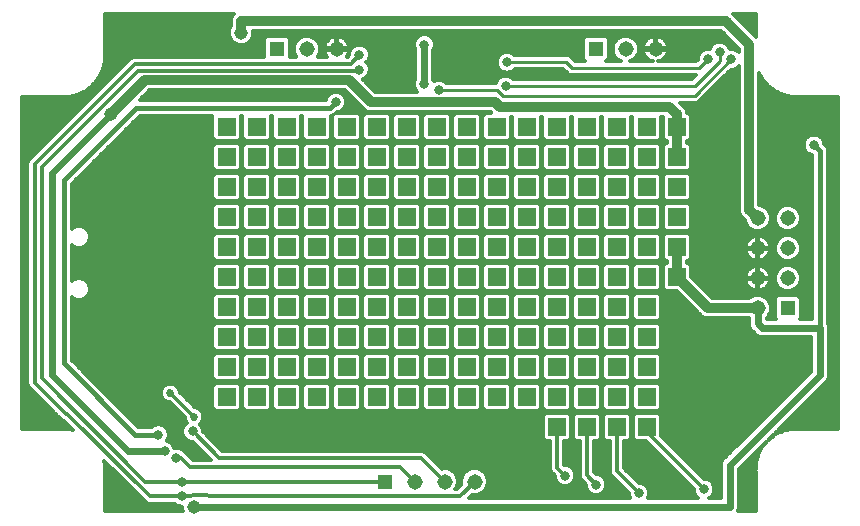
<source format=gbl>
G75*
G70*
%OFA0B0*%
%FSLAX24Y24*%
%IPPOS*%
%LPD*%
%AMOC8*
5,1,8,0,0,1.08239X$1,22.5*
%
%ADD10R,0.0515X0.0515*%
%ADD11C,0.0515*%
%ADD12R,0.0600X0.0600*%
%ADD13C,0.0450*%
%ADD14C,0.0320*%
%ADD15C,0.0320*%
%ADD16C,0.0240*%
%ADD17R,0.0591X0.0591*%
%ADD18C,0.0120*%
%ADD19C,0.0413*%
%ADD20C,0.0160*%
%ADD21C,0.0100*%
%ADD22C,0.0270*%
D10*
X016971Y004598D03*
X030414Y010381D03*
X024008Y019017D03*
X013378Y019017D03*
D11*
X014378Y019017D03*
X015378Y019017D03*
X025008Y019017D03*
X026008Y019017D03*
X029414Y013381D03*
X030414Y013381D03*
X030414Y012381D03*
X029414Y012381D03*
X029414Y011381D03*
X030414Y011381D03*
X029414Y010381D03*
X019971Y004598D03*
X018971Y004598D03*
X017971Y004598D03*
D12*
X017717Y007417D03*
X018717Y007417D03*
X019717Y007417D03*
X020717Y007417D03*
X021717Y007417D03*
X022717Y007417D03*
X023717Y007417D03*
X024717Y007417D03*
X025717Y007417D03*
X025717Y008417D03*
X024717Y008417D03*
X024717Y009417D03*
X025717Y009417D03*
X025717Y010417D03*
X024717Y010417D03*
X023717Y010417D03*
X022717Y010417D03*
X021717Y010417D03*
X020717Y010417D03*
X019717Y010417D03*
X018717Y010417D03*
X017717Y010417D03*
X016717Y010417D03*
X015717Y010417D03*
X014717Y010417D03*
X013717Y010417D03*
X012717Y010417D03*
X011717Y010417D03*
X011717Y011417D03*
X012717Y011417D03*
X013717Y011417D03*
X014717Y011417D03*
X015717Y011417D03*
X016717Y011417D03*
X017717Y011417D03*
X018717Y011417D03*
X019717Y011417D03*
X020717Y011417D03*
X021717Y011417D03*
X022717Y011417D03*
X023717Y011417D03*
X024717Y011417D03*
X025717Y011417D03*
X025717Y012417D03*
X024717Y012417D03*
X023717Y012417D03*
X022717Y012417D03*
X021717Y012417D03*
X020717Y012417D03*
X019717Y012417D03*
X018717Y012417D03*
X017717Y012417D03*
X016717Y012417D03*
X015717Y012417D03*
X014717Y012417D03*
X013717Y012417D03*
X012717Y012417D03*
X011717Y012417D03*
X011717Y013417D03*
X012717Y013417D03*
X012717Y014417D03*
X011717Y014417D03*
X011717Y015417D03*
X012717Y015417D03*
X013717Y015417D03*
X014717Y015417D03*
X015717Y015417D03*
X016717Y015417D03*
X017717Y015417D03*
X018717Y015417D03*
X019717Y015417D03*
X020717Y015417D03*
X021717Y015417D03*
X022717Y015417D03*
X023717Y015417D03*
X024717Y015417D03*
X025717Y015417D03*
X025717Y016417D03*
X024717Y016417D03*
X023717Y016417D03*
X022717Y016417D03*
X021717Y016417D03*
X020717Y016417D03*
X019717Y016417D03*
X018717Y016417D03*
X017717Y016417D03*
X016717Y016417D03*
X015717Y016417D03*
X014717Y016417D03*
X013717Y016417D03*
X012717Y016417D03*
X011717Y016417D03*
X013717Y014417D03*
X014717Y014417D03*
X015717Y014417D03*
X016717Y014417D03*
X017717Y014417D03*
X018717Y014417D03*
X019717Y014417D03*
X020717Y014417D03*
X021717Y014417D03*
X022717Y014417D03*
X023717Y014417D03*
X024717Y014417D03*
X025717Y014417D03*
X025717Y013417D03*
X024717Y013417D03*
X023717Y013417D03*
X022717Y013417D03*
X021717Y013417D03*
X020717Y013417D03*
X019717Y013417D03*
X018717Y013417D03*
X017717Y013417D03*
X016717Y013417D03*
X015717Y013417D03*
X014717Y013417D03*
X013717Y013417D03*
X013717Y009417D03*
X014717Y009417D03*
X015717Y009417D03*
X016717Y009417D03*
X017717Y009417D03*
X018717Y009417D03*
X019717Y009417D03*
X020717Y009417D03*
X021717Y009417D03*
X022717Y009417D03*
X023717Y009417D03*
X023717Y008417D03*
X022717Y008417D03*
X021717Y008417D03*
X020717Y008417D03*
X019717Y008417D03*
X018717Y008417D03*
X017717Y008417D03*
X016717Y008417D03*
X015717Y008417D03*
X014717Y008417D03*
X013717Y008417D03*
X012717Y008417D03*
X011717Y008417D03*
X011717Y009417D03*
X012717Y009417D03*
X012717Y007417D03*
X011717Y007417D03*
X013717Y007417D03*
X014717Y007417D03*
X015717Y007417D03*
X016717Y007417D03*
D13*
X010622Y003761D03*
X008779Y010723D03*
X008998Y011291D03*
X006981Y011537D03*
X007866Y016852D03*
X012197Y019558D03*
D14*
X011656Y018968D03*
X011262Y018968D03*
X010918Y017541D03*
X010130Y017541D03*
X012788Y017491D03*
X014166Y017984D03*
X015347Y017245D03*
X016134Y018328D03*
X016134Y018820D03*
X016134Y019362D03*
X018300Y019165D03*
X018890Y019165D03*
X020366Y019165D03*
X021055Y018574D03*
X021006Y017787D03*
X020662Y017245D03*
X018792Y017639D03*
X018300Y017836D03*
X022876Y018131D03*
X022926Y019066D03*
X027158Y019165D03*
X027748Y018673D03*
X028142Y018919D03*
X028536Y018673D03*
X029126Y019952D03*
X029717Y017639D03*
X031882Y017196D03*
X031292Y015818D03*
X031882Y015031D03*
X030849Y013997D03*
X029766Y013997D03*
X028487Y013997D03*
X027551Y013997D03*
X027551Y012423D03*
X027551Y011438D03*
X027551Y009716D03*
X027551Y008535D03*
X031882Y006566D03*
X027616Y004352D03*
X029126Y003810D03*
X025451Y004204D03*
X024024Y004499D03*
X022990Y004795D03*
X013624Y005877D03*
X012443Y006074D03*
X010573Y006271D03*
X010130Y006468D03*
X009433Y006165D03*
X009638Y005631D03*
X010032Y005385D03*
X010229Y004598D03*
X010229Y004106D03*
X007866Y003810D03*
X006095Y006566D03*
X005111Y006566D03*
X006784Y008633D03*
X010229Y007944D03*
X008014Y010848D03*
X007374Y010848D03*
X010229Y011438D03*
X010622Y014047D03*
X009048Y014047D03*
X005357Y016015D03*
X005701Y016803D03*
X005111Y017196D03*
X007866Y019952D03*
X027404Y016409D03*
X027404Y015621D03*
D15*
X026717Y015417D02*
X026717Y016417D01*
X026717Y016850D01*
X026469Y017098D01*
X020809Y017098D01*
X020662Y017245D01*
X016528Y017245D01*
X015790Y017984D01*
X014166Y017984D01*
X008998Y017984D01*
X007866Y016852D01*
X012197Y019558D02*
X012197Y019952D01*
X028339Y019952D01*
X029126Y019165D01*
X029126Y013653D01*
X029414Y013381D01*
X026717Y012417D02*
X026717Y011417D01*
X027752Y010381D01*
X029414Y010381D01*
D16*
X029414Y009871D01*
X029569Y009716D01*
X031489Y009716D01*
X031489Y008141D01*
X028487Y005139D01*
X028487Y003761D01*
X010622Y003761D01*
X009638Y005631D02*
X008408Y005631D01*
X005898Y008141D01*
X005898Y014883D01*
X007866Y016852D01*
X018300Y017836D02*
X018300Y019165D01*
D17*
X026717Y016417D03*
X026717Y015417D03*
X026717Y014417D03*
X026717Y013417D03*
X026717Y012417D03*
X026717Y011417D03*
X026717Y009417D03*
X026717Y008417D03*
X025717Y006417D03*
X024717Y006417D03*
X023717Y006417D03*
X022717Y006417D03*
D18*
X007653Y004932D02*
X007653Y003605D01*
X010249Y003605D01*
X010217Y003681D01*
X010217Y003766D01*
X010161Y003766D01*
X010036Y003817D01*
X009988Y003866D01*
X009098Y003866D01*
X009010Y003902D01*
X008943Y003970D01*
X007617Y005295D01*
X007624Y005264D01*
X007635Y005255D01*
X007639Y005193D01*
X007652Y005133D01*
X007644Y005120D01*
X007647Y005079D01*
X007653Y005074D01*
X007653Y005006D01*
X007658Y004938D01*
X007653Y004932D01*
X007656Y004958D02*
X007954Y004958D01*
X007836Y005076D02*
X007650Y005076D01*
X007639Y005195D02*
X007717Y005195D01*
X007653Y004839D02*
X008073Y004839D01*
X008192Y004721D02*
X007653Y004721D01*
X007653Y004602D02*
X008310Y004602D01*
X008429Y004484D02*
X007653Y004484D01*
X007653Y004365D02*
X008547Y004365D01*
X008666Y004246D02*
X007653Y004246D01*
X007653Y004128D02*
X008784Y004128D01*
X008903Y004009D02*
X007653Y004009D01*
X007653Y003891D02*
X009037Y003891D01*
X009146Y004106D02*
X010229Y004106D01*
X010524Y004106D01*
X010573Y004155D01*
X011065Y004155D01*
X011114Y004106D01*
X019479Y004106D01*
X019971Y004598D01*
X020408Y004602D02*
X022702Y004602D01*
X022798Y004506D01*
X022923Y004455D01*
X023058Y004455D01*
X023183Y004506D01*
X023279Y004602D01*
X023582Y004602D01*
X023513Y004670D02*
X023684Y004500D01*
X023684Y004432D01*
X023736Y004307D01*
X023831Y004211D01*
X023956Y004159D01*
X024092Y004159D01*
X024216Y004211D01*
X024312Y004307D01*
X024364Y004432D01*
X024364Y004567D01*
X024312Y004692D01*
X024216Y004788D01*
X024092Y004839D01*
X024498Y004839D01*
X024513Y004802D02*
X025111Y004205D01*
X025111Y004136D01*
X025142Y004061D01*
X019774Y004061D01*
X019876Y004164D01*
X019884Y004160D01*
X020058Y004160D01*
X020219Y004227D01*
X020342Y004350D01*
X020408Y004511D01*
X020408Y004685D01*
X020342Y004846D01*
X020219Y004969D01*
X020058Y005035D01*
X019884Y005035D01*
X019723Y004969D01*
X019600Y004846D01*
X019533Y004685D01*
X019533Y004511D01*
X019537Y004503D01*
X019379Y004346D01*
X019337Y004346D01*
X019342Y004350D01*
X019408Y004511D01*
X019408Y004685D01*
X019342Y004846D01*
X019219Y004969D01*
X019058Y005035D01*
X018884Y005035D01*
X018876Y005032D01*
X018387Y005521D01*
X018319Y005589D01*
X018231Y005625D01*
X011558Y005625D01*
X010913Y006270D01*
X010913Y006339D01*
X010861Y006464D01*
X010815Y006510D01*
X010889Y006585D01*
X010937Y006700D01*
X010937Y006826D01*
X010889Y006942D01*
X010801Y007030D01*
X010685Y007078D01*
X010647Y007078D01*
X010150Y007575D01*
X010150Y007613D01*
X010102Y007729D01*
X010013Y007818D01*
X009898Y007866D01*
X009772Y007866D01*
X009656Y007818D01*
X009568Y007729D01*
X009520Y007613D01*
X009520Y007488D01*
X009568Y007372D01*
X009656Y007284D01*
X009772Y007236D01*
X009811Y007236D01*
X010307Y006739D01*
X010307Y006700D01*
X010355Y006585D01*
X010381Y006559D01*
X010381Y006559D01*
X010285Y006464D01*
X010233Y006339D01*
X010233Y006203D01*
X010285Y006078D01*
X010381Y005983D01*
X010505Y005931D01*
X010574Y005931D01*
X011175Y005330D01*
X010574Y005330D01*
X010383Y005521D01*
X010315Y005589D01*
X010305Y005593D01*
X010224Y005673D01*
X010099Y005725D01*
X009967Y005725D01*
X009926Y005824D01*
X009831Y005919D01*
X009716Y005967D01*
X009722Y005972D01*
X009773Y006097D01*
X009773Y006232D01*
X009722Y006357D01*
X009626Y006453D01*
X009501Y006505D01*
X009366Y006505D01*
X009241Y006453D01*
X009213Y006425D01*
X008769Y006425D01*
X006552Y008642D01*
X006552Y010742D01*
X006581Y010712D01*
X006713Y010658D01*
X006855Y010658D01*
X006986Y010712D01*
X007087Y010813D01*
X007141Y010944D01*
X007141Y011086D01*
X007087Y011217D01*
X006986Y011318D01*
X006855Y011372D01*
X006713Y011372D01*
X006581Y011318D01*
X006552Y011288D01*
X006552Y012474D01*
X006581Y012445D01*
X006713Y012390D01*
X006855Y012390D01*
X006986Y012445D01*
X007087Y012545D01*
X007141Y012676D01*
X007141Y012818D01*
X007087Y012950D01*
X006986Y013050D01*
X006855Y013105D01*
X006713Y013105D01*
X006581Y013050D01*
X006552Y013020D01*
X006552Y014529D01*
X008811Y016789D01*
X011237Y016789D01*
X011237Y016042D01*
X011342Y015937D01*
X012091Y015937D01*
X012197Y016042D01*
X012197Y016789D01*
X012237Y016789D01*
X012237Y016042D01*
X012342Y015937D01*
X013091Y015937D01*
X013197Y016042D01*
X013197Y016789D01*
X013237Y016789D01*
X013237Y016042D01*
X013342Y015937D01*
X014091Y015937D01*
X014197Y016042D01*
X014197Y016789D01*
X014237Y016789D01*
X014237Y016042D01*
X014342Y015937D01*
X015091Y015937D01*
X015197Y016042D01*
X015197Y016789D01*
X015202Y016789D01*
X015257Y016812D01*
X015237Y016791D01*
X015237Y016042D01*
X015342Y015937D01*
X016091Y015937D01*
X016197Y016042D01*
X016197Y016791D01*
X016091Y016897D01*
X015366Y016897D01*
X015374Y016905D01*
X015414Y016905D01*
X015539Y016957D01*
X015635Y017053D01*
X015687Y017178D01*
X015687Y017313D01*
X015635Y017438D01*
X015539Y017534D01*
X015414Y017585D01*
X015279Y017585D01*
X015154Y017534D01*
X015059Y017438D01*
X015007Y017313D01*
X015007Y017309D01*
X008804Y017309D01*
X009139Y017644D01*
X014233Y017644D01*
X015649Y017644D01*
X016240Y017053D01*
X016335Y016957D01*
X016460Y016905D01*
X020521Y016905D01*
X020530Y016897D01*
X020342Y016897D01*
X020237Y016791D01*
X020237Y016042D01*
X020342Y015937D01*
X021091Y015937D01*
X021197Y016042D01*
X021197Y016758D01*
X021237Y016758D01*
X021237Y016042D01*
X021342Y015937D01*
X022091Y015937D01*
X022197Y016042D01*
X022197Y016758D01*
X022237Y016758D01*
X022237Y016042D01*
X022342Y015937D01*
X023091Y015937D01*
X023197Y016042D01*
X023197Y016758D01*
X023237Y016758D01*
X023237Y016042D01*
X023342Y015937D01*
X024091Y015937D01*
X024197Y016042D01*
X024197Y016758D01*
X024237Y016758D01*
X024237Y016042D01*
X024342Y015937D01*
X025091Y015937D01*
X025197Y016042D01*
X025197Y016758D01*
X025237Y016758D01*
X025237Y016042D01*
X025342Y015937D01*
X026091Y015937D01*
X026197Y016042D01*
X026197Y016758D01*
X026242Y016758D01*
X026242Y016047D01*
X026347Y015941D01*
X026377Y015941D01*
X026377Y015892D01*
X026347Y015892D01*
X026242Y015786D01*
X026242Y015047D01*
X026347Y014941D01*
X027087Y014941D01*
X027192Y015047D01*
X027192Y015786D01*
X027087Y015892D01*
X027057Y015892D01*
X027057Y015941D01*
X027087Y015941D01*
X027192Y016047D01*
X027192Y016786D01*
X027087Y016892D01*
X027057Y016892D01*
X027057Y016917D01*
X027005Y017042D01*
X026835Y017212D01*
X027210Y017212D01*
X027401Y017212D01*
X028521Y018333D01*
X028603Y018333D01*
X028728Y018384D01*
X028786Y018442D01*
X028786Y013716D01*
X028785Y013711D01*
X028786Y013648D01*
X028786Y013585D01*
X028788Y013581D01*
X028788Y013576D01*
X028814Y013518D01*
X028838Y013460D01*
X028842Y013457D01*
X028844Y013452D01*
X028890Y013408D01*
X028934Y013365D01*
X028938Y013363D01*
X028976Y013327D01*
X028976Y013294D01*
X029043Y013133D01*
X029166Y013010D01*
X029327Y012944D01*
X029501Y012944D01*
X029661Y013010D01*
X029785Y013133D01*
X029851Y013294D01*
X029851Y013468D01*
X029785Y013629D01*
X029661Y013752D01*
X029501Y013819D01*
X029466Y013819D01*
X029466Y018203D01*
X029484Y018155D01*
X029497Y018149D01*
X029521Y018107D01*
X029519Y018092D01*
X029556Y018043D01*
X029585Y017989D01*
X029599Y017985D01*
X029629Y017946D01*
X029629Y017931D01*
X029672Y017887D01*
X029709Y017838D01*
X029724Y017836D01*
X029758Y017801D01*
X029760Y017787D01*
X029809Y017750D01*
X029853Y017706D01*
X029868Y017706D01*
X029907Y017677D01*
X029911Y017663D01*
X029965Y017634D01*
X030014Y017596D01*
X030029Y017599D01*
X030072Y017575D01*
X030078Y017562D01*
X030136Y017540D01*
X030190Y017511D01*
X030204Y017515D01*
X030249Y017498D01*
X030257Y017486D01*
X030318Y017472D01*
X030375Y017451D01*
X030389Y017457D01*
X030436Y017447D01*
X030446Y017436D01*
X030507Y017431D01*
X030568Y017418D01*
X030580Y017426D01*
X030621Y017423D01*
X030627Y017418D01*
X030695Y017418D01*
X030763Y017413D01*
X030768Y017418D01*
X032096Y017418D01*
X032096Y006360D01*
X030768Y006360D01*
X030763Y006365D01*
X030695Y006360D01*
X030627Y006360D01*
X030621Y006355D01*
X030580Y006352D01*
X030568Y006360D01*
X030507Y006347D01*
X030446Y006343D01*
X030436Y006332D01*
X030389Y006321D01*
X030375Y006327D01*
X030318Y006306D01*
X030257Y006293D01*
X030249Y006280D01*
X030204Y006263D01*
X030190Y006267D01*
X030136Y006238D01*
X030078Y006216D01*
X030072Y006203D01*
X030029Y006180D01*
X030014Y006182D01*
X029965Y006145D01*
X029911Y006115D01*
X029907Y006101D01*
X029868Y006072D01*
X029853Y006072D01*
X029809Y006028D01*
X029771Y006000D01*
X031658Y007887D01*
X031743Y007971D01*
X031788Y008081D01*
X031788Y009776D01*
X031748Y009872D01*
X031748Y015673D01*
X031709Y015769D01*
X031636Y015842D01*
X031632Y015846D01*
X031632Y015886D01*
X031580Y016011D01*
X031484Y016106D01*
X031359Y016158D01*
X031224Y016158D01*
X031099Y016106D01*
X031003Y016011D01*
X030952Y015886D01*
X030952Y015751D01*
X031003Y015626D01*
X031099Y015530D01*
X031224Y015478D01*
X031229Y015478D01*
X031229Y010016D01*
X030818Y010016D01*
X030851Y010049D01*
X030851Y010713D01*
X030746Y010819D01*
X030082Y010819D01*
X029976Y010713D01*
X029976Y010049D01*
X030010Y010016D01*
X029714Y010016D01*
X029714Y010063D01*
X029785Y010133D01*
X029851Y010294D01*
X029851Y010468D01*
X029785Y010629D01*
X029661Y010752D01*
X029501Y010819D01*
X029327Y010819D01*
X029166Y010752D01*
X029135Y010721D01*
X027893Y010721D01*
X027192Y011422D01*
X027192Y011786D01*
X027087Y011892D01*
X027057Y011892D01*
X027057Y011941D01*
X027087Y011941D01*
X027192Y012047D01*
X027192Y012786D01*
X027087Y012892D01*
X026347Y012892D01*
X026242Y012786D01*
X026242Y012047D01*
X026347Y011941D01*
X026377Y011941D01*
X026377Y011892D01*
X026347Y011892D01*
X026242Y011786D01*
X026242Y011047D01*
X026347Y010941D01*
X026711Y010941D01*
X027560Y010093D01*
X027685Y010041D01*
X027820Y010041D01*
X029114Y010041D01*
X029114Y009931D01*
X029114Y009812D01*
X029159Y009701D01*
X029399Y009462D01*
X029509Y009416D01*
X029629Y009416D01*
X031189Y009416D01*
X031189Y008265D01*
X028232Y005309D01*
X028187Y005199D01*
X028187Y005079D01*
X028187Y004061D01*
X027803Y004061D01*
X027809Y004064D01*
X027905Y004159D01*
X027956Y004284D01*
X027956Y004419D01*
X027905Y004544D01*
X027809Y004640D01*
X027684Y004692D01*
X027616Y004692D01*
X026192Y006115D01*
X026192Y006786D01*
X026087Y006892D01*
X025347Y006892D01*
X025242Y006786D01*
X025242Y006047D01*
X025347Y005941D01*
X025687Y005941D01*
X027276Y004352D01*
X027276Y004284D01*
X027328Y004159D01*
X027424Y004064D01*
X027430Y004061D01*
X025760Y004061D01*
X025791Y004136D01*
X025791Y004272D01*
X025739Y004397D01*
X025644Y004492D01*
X025519Y004544D01*
X025451Y004544D01*
X024957Y005038D01*
X024957Y005941D01*
X025087Y005941D01*
X025192Y006047D01*
X025192Y006786D01*
X025087Y006892D01*
X024347Y006892D01*
X024242Y006786D01*
X024242Y006047D01*
X024347Y005941D01*
X024477Y005941D01*
X024477Y004986D01*
X024477Y004891D01*
X024513Y004802D01*
X024595Y004721D02*
X024283Y004721D01*
X024349Y004602D02*
X024714Y004602D01*
X024832Y004484D02*
X024364Y004484D01*
X024336Y004365D02*
X024951Y004365D01*
X025069Y004246D02*
X024252Y004246D01*
X024024Y004499D02*
X023717Y004806D01*
X023717Y006417D01*
X024192Y006380D02*
X024242Y006380D01*
X024242Y006262D02*
X024192Y006262D01*
X024192Y006143D02*
X024242Y006143D01*
X024192Y006047D02*
X024087Y005941D01*
X023957Y005941D01*
X023957Y004906D01*
X024023Y004839D01*
X024092Y004839D01*
X023957Y004958D02*
X024477Y004958D01*
X024477Y005076D02*
X023957Y005076D01*
X023957Y005195D02*
X024477Y005195D01*
X024477Y005313D02*
X023957Y005313D01*
X023957Y005432D02*
X024477Y005432D01*
X024477Y005550D02*
X023957Y005550D01*
X023957Y005669D02*
X024477Y005669D01*
X024477Y005788D02*
X023957Y005788D01*
X023957Y005906D02*
X024477Y005906D01*
X024264Y006025D02*
X024170Y006025D01*
X024192Y006047D02*
X024192Y006786D01*
X024087Y006892D01*
X023347Y006892D01*
X023242Y006786D01*
X023242Y006047D01*
X023347Y005941D01*
X023477Y005941D01*
X023477Y004854D01*
X023477Y004759D01*
X023513Y004670D01*
X023493Y004721D02*
X023328Y004721D01*
X023330Y004727D02*
X023330Y004862D01*
X023279Y004987D01*
X023183Y005083D01*
X023058Y005135D01*
X022990Y005135D01*
X022957Y005168D01*
X022957Y005941D01*
X023087Y005941D01*
X023192Y006047D01*
X023192Y006786D01*
X023087Y006892D01*
X022347Y006892D01*
X022242Y006786D01*
X022242Y006047D01*
X022347Y005941D01*
X022477Y005941D01*
X022477Y005116D01*
X022477Y005021D01*
X022513Y004932D01*
X022650Y004795D01*
X022650Y004727D01*
X022702Y004602D01*
X022653Y004721D02*
X020393Y004721D01*
X020344Y004839D02*
X022606Y004839D01*
X022503Y004958D02*
X020229Y004958D01*
X020397Y004484D02*
X022853Y004484D01*
X023128Y004484D02*
X023684Y004484D01*
X023712Y004365D02*
X020348Y004365D01*
X020238Y004246D02*
X023796Y004246D01*
X023279Y004602D02*
X023330Y004727D01*
X023330Y004839D02*
X023477Y004839D01*
X023477Y004958D02*
X023291Y004958D01*
X023190Y005076D02*
X023477Y005076D01*
X023477Y005195D02*
X022957Y005195D01*
X022957Y005313D02*
X023477Y005313D01*
X023477Y005432D02*
X022957Y005432D01*
X022957Y005550D02*
X023477Y005550D01*
X023477Y005669D02*
X022957Y005669D01*
X022957Y005788D02*
X023477Y005788D01*
X023477Y005906D02*
X022957Y005906D01*
X023170Y006025D02*
X023264Y006025D01*
X023242Y006143D02*
X023192Y006143D01*
X023192Y006262D02*
X023242Y006262D01*
X023242Y006380D02*
X023192Y006380D01*
X023192Y006499D02*
X023242Y006499D01*
X023242Y006617D02*
X023192Y006617D01*
X023192Y006736D02*
X023242Y006736D01*
X023310Y006854D02*
X023124Y006854D01*
X023091Y006937D02*
X023197Y007042D01*
X023197Y007791D01*
X023091Y007897D01*
X022342Y007897D01*
X022237Y007791D01*
X022237Y007042D01*
X022342Y006937D01*
X023091Y006937D01*
X023128Y006973D02*
X023306Y006973D01*
X023342Y006937D02*
X023237Y007042D01*
X023237Y007791D01*
X023342Y007897D01*
X024091Y007897D01*
X024197Y007791D01*
X024197Y007042D01*
X024091Y006937D01*
X023342Y006937D01*
X023237Y007092D02*
X023197Y007092D01*
X023197Y007210D02*
X023237Y007210D01*
X023237Y007329D02*
X023197Y007329D01*
X023197Y007447D02*
X023237Y007447D01*
X023237Y007566D02*
X023197Y007566D01*
X023197Y007684D02*
X023237Y007684D01*
X023248Y007803D02*
X023185Y007803D01*
X023091Y007937D02*
X023197Y008042D01*
X023197Y008791D01*
X023091Y008897D01*
X022342Y008897D01*
X022237Y008791D01*
X022237Y008042D01*
X022342Y007937D01*
X023091Y007937D01*
X023195Y008040D02*
X023239Y008040D01*
X023237Y008042D02*
X023342Y007937D01*
X024091Y007937D01*
X024197Y008042D01*
X024197Y008791D01*
X024091Y008897D01*
X023342Y008897D01*
X023237Y008791D01*
X023237Y008042D01*
X023237Y008158D02*
X023197Y008158D01*
X023197Y008277D02*
X023237Y008277D01*
X023237Y008396D02*
X023197Y008396D01*
X023197Y008514D02*
X023237Y008514D01*
X023237Y008633D02*
X023197Y008633D01*
X023197Y008751D02*
X023237Y008751D01*
X023315Y008870D02*
X023118Y008870D01*
X023091Y008937D02*
X023197Y009042D01*
X023197Y009791D01*
X023091Y009897D01*
X022342Y009897D01*
X022237Y009791D01*
X022237Y009042D01*
X022342Y008937D01*
X023091Y008937D01*
X023143Y008988D02*
X023291Y008988D01*
X023342Y008937D02*
X023237Y009042D01*
X023237Y009791D01*
X023342Y009897D01*
X024091Y009897D01*
X024197Y009791D01*
X024197Y009042D01*
X024091Y008937D01*
X023342Y008937D01*
X023237Y009107D02*
X023197Y009107D01*
X023197Y009225D02*
X023237Y009225D01*
X023237Y009344D02*
X023197Y009344D01*
X023197Y009462D02*
X023237Y009462D01*
X023237Y009581D02*
X023197Y009581D01*
X023197Y009699D02*
X023237Y009699D01*
X023264Y009818D02*
X023170Y009818D01*
X023091Y009937D02*
X023197Y010042D01*
X023197Y010791D01*
X023091Y010897D01*
X022342Y010897D01*
X022237Y010791D01*
X022237Y010042D01*
X022342Y009937D01*
X023091Y009937D01*
X023197Y010055D02*
X023237Y010055D01*
X023237Y010042D02*
X023342Y009937D01*
X024091Y009937D01*
X024197Y010042D01*
X024197Y010791D01*
X024091Y010897D01*
X023342Y010897D01*
X023237Y010791D01*
X023237Y010042D01*
X023237Y010174D02*
X023197Y010174D01*
X023197Y010292D02*
X023237Y010292D01*
X023237Y010411D02*
X023197Y010411D01*
X023197Y010529D02*
X023237Y010529D01*
X023237Y010648D02*
X023197Y010648D01*
X023197Y010766D02*
X023237Y010766D01*
X023331Y010885D02*
X023103Y010885D01*
X023091Y010937D02*
X023197Y011042D01*
X023197Y011791D01*
X023091Y011897D01*
X022342Y011897D01*
X022237Y011791D01*
X022237Y011042D01*
X022342Y010937D01*
X023091Y010937D01*
X023158Y011003D02*
X023276Y011003D01*
X023237Y011042D02*
X023342Y010937D01*
X024091Y010937D01*
X024197Y011042D01*
X024197Y011791D01*
X024091Y011897D01*
X023342Y011897D01*
X023237Y011791D01*
X023237Y011042D01*
X023237Y011122D02*
X023197Y011122D01*
X023197Y011241D02*
X023237Y011241D01*
X023237Y011359D02*
X023197Y011359D01*
X023197Y011478D02*
X023237Y011478D01*
X023237Y011596D02*
X023197Y011596D01*
X023197Y011715D02*
X023237Y011715D01*
X023279Y011833D02*
X023155Y011833D01*
X023091Y011937D02*
X023197Y012042D01*
X023197Y012791D01*
X023091Y012897D01*
X022342Y012897D01*
X022237Y012791D01*
X022237Y012042D01*
X022342Y011937D01*
X023091Y011937D01*
X023106Y011952D02*
X023327Y011952D01*
X023342Y011937D02*
X024091Y011937D01*
X024197Y012042D01*
X024197Y012791D01*
X024091Y012897D01*
X023342Y012897D01*
X023237Y012791D01*
X023237Y012042D01*
X023342Y011937D01*
X023237Y012070D02*
X023197Y012070D01*
X023197Y012189D02*
X023237Y012189D01*
X023237Y012307D02*
X023197Y012307D01*
X023197Y012426D02*
X023237Y012426D01*
X023237Y012545D02*
X023197Y012545D01*
X023197Y012663D02*
X023237Y012663D01*
X023237Y012782D02*
X023197Y012782D01*
X023091Y012937D02*
X023197Y013042D01*
X023197Y013791D01*
X023091Y013897D01*
X022342Y013897D01*
X022237Y013791D01*
X022237Y013042D01*
X022342Y012937D01*
X023091Y012937D01*
X023173Y013019D02*
X023260Y013019D01*
X023237Y013042D02*
X023342Y012937D01*
X024091Y012937D01*
X024197Y013042D01*
X024197Y013791D01*
X024091Y013897D01*
X023342Y013897D01*
X023237Y013791D01*
X023237Y013042D01*
X023237Y013137D02*
X023197Y013137D01*
X023197Y013256D02*
X023237Y013256D01*
X023237Y013374D02*
X023197Y013374D01*
X023197Y013493D02*
X023237Y013493D01*
X023237Y013611D02*
X023197Y013611D01*
X023197Y013730D02*
X023237Y013730D01*
X023294Y013849D02*
X023140Y013849D01*
X023091Y013937D02*
X023197Y014042D01*
X023197Y014791D01*
X023091Y014897D01*
X022342Y014897D01*
X022237Y014791D01*
X022237Y014042D01*
X022342Y013937D01*
X023091Y013937D01*
X023122Y013967D02*
X023312Y013967D01*
X023342Y013937D02*
X024091Y013937D01*
X024197Y014042D01*
X024197Y014791D01*
X024091Y014897D01*
X023342Y014897D01*
X023237Y014791D01*
X023237Y014042D01*
X023342Y013937D01*
X023237Y014086D02*
X023197Y014086D01*
X023197Y014204D02*
X023237Y014204D01*
X023237Y014323D02*
X023197Y014323D01*
X023197Y014441D02*
X023237Y014441D01*
X023237Y014560D02*
X023197Y014560D01*
X023197Y014678D02*
X023237Y014678D01*
X023242Y014797D02*
X023191Y014797D01*
X023091Y014937D02*
X023197Y015042D01*
X023197Y015791D01*
X023091Y015897D01*
X022342Y015897D01*
X022237Y015791D01*
X022237Y015042D01*
X022342Y014937D01*
X023091Y014937D01*
X023189Y015034D02*
X023245Y015034D01*
X023237Y015042D02*
X023342Y014937D01*
X024091Y014937D01*
X024197Y015042D01*
X024197Y015791D01*
X024091Y015897D01*
X023342Y015897D01*
X023237Y015791D01*
X023237Y015042D01*
X023237Y015152D02*
X023197Y015152D01*
X023197Y015271D02*
X023237Y015271D01*
X023237Y015390D02*
X023197Y015390D01*
X023197Y015508D02*
X023237Y015508D01*
X023237Y015627D02*
X023197Y015627D01*
X023197Y015745D02*
X023237Y015745D01*
X023309Y015864D02*
X023124Y015864D01*
X023137Y015982D02*
X023297Y015982D01*
X023237Y016101D02*
X023197Y016101D01*
X023197Y016219D02*
X023237Y016219D01*
X023237Y016338D02*
X023197Y016338D01*
X023197Y016456D02*
X023237Y016456D01*
X023237Y016575D02*
X023197Y016575D01*
X023197Y016694D02*
X023237Y016694D01*
X024197Y016694D02*
X024237Y016694D01*
X024237Y016575D02*
X024197Y016575D01*
X024197Y016456D02*
X024237Y016456D01*
X024237Y016338D02*
X024197Y016338D01*
X024197Y016219D02*
X024237Y016219D01*
X024237Y016101D02*
X024197Y016101D01*
X024137Y015982D02*
X024297Y015982D01*
X024342Y015897D02*
X024237Y015791D01*
X024237Y015042D01*
X024342Y014937D01*
X025091Y014937D01*
X025197Y015042D01*
X025197Y015791D01*
X025091Y015897D01*
X024342Y015897D01*
X024309Y015864D02*
X024124Y015864D01*
X024197Y015745D02*
X024237Y015745D01*
X024237Y015627D02*
X024197Y015627D01*
X024197Y015508D02*
X024237Y015508D01*
X024237Y015390D02*
X024197Y015390D01*
X024197Y015271D02*
X024237Y015271D01*
X024237Y015152D02*
X024197Y015152D01*
X024189Y015034D02*
X024245Y015034D01*
X024342Y014897D02*
X024237Y014791D01*
X024237Y014042D01*
X024342Y013937D01*
X025091Y013937D01*
X025197Y014042D01*
X025197Y014791D01*
X025091Y014897D01*
X024342Y014897D01*
X024242Y014797D02*
X024191Y014797D01*
X024197Y014678D02*
X024237Y014678D01*
X024237Y014560D02*
X024197Y014560D01*
X024197Y014441D02*
X024237Y014441D01*
X024237Y014323D02*
X024197Y014323D01*
X024197Y014204D02*
X024237Y014204D01*
X024237Y014086D02*
X024197Y014086D01*
X024122Y013967D02*
X024312Y013967D01*
X024342Y013897D02*
X024237Y013791D01*
X024237Y013042D01*
X024342Y012937D01*
X025091Y012937D01*
X025197Y013042D01*
X025197Y013791D01*
X025091Y013897D01*
X024342Y013897D01*
X024294Y013849D02*
X024140Y013849D01*
X024197Y013730D02*
X024237Y013730D01*
X024237Y013611D02*
X024197Y013611D01*
X024197Y013493D02*
X024237Y013493D01*
X024237Y013374D02*
X024197Y013374D01*
X024197Y013256D02*
X024237Y013256D01*
X024237Y013137D02*
X024197Y013137D01*
X024173Y013019D02*
X024260Y013019D01*
X024342Y012897D02*
X024237Y012791D01*
X024237Y012042D01*
X024342Y011937D01*
X025091Y011937D01*
X025197Y012042D01*
X025197Y012791D01*
X025091Y012897D01*
X024342Y012897D01*
X024237Y012782D02*
X024197Y012782D01*
X024197Y012663D02*
X024237Y012663D01*
X024237Y012545D02*
X024197Y012545D01*
X024197Y012426D02*
X024237Y012426D01*
X024237Y012307D02*
X024197Y012307D01*
X024197Y012189D02*
X024237Y012189D01*
X024237Y012070D02*
X024197Y012070D01*
X024106Y011952D02*
X024327Y011952D01*
X024342Y011897D02*
X024237Y011791D01*
X024237Y011042D01*
X024342Y010937D01*
X025091Y010937D01*
X025197Y011042D01*
X025197Y011791D01*
X025091Y011897D01*
X024342Y011897D01*
X024279Y011833D02*
X024155Y011833D01*
X024197Y011715D02*
X024237Y011715D01*
X024237Y011596D02*
X024197Y011596D01*
X024197Y011478D02*
X024237Y011478D01*
X024237Y011359D02*
X024197Y011359D01*
X024197Y011241D02*
X024237Y011241D01*
X024237Y011122D02*
X024197Y011122D01*
X024158Y011003D02*
X024276Y011003D01*
X024342Y010897D02*
X024237Y010791D01*
X024237Y010042D01*
X024342Y009937D01*
X025091Y009937D01*
X025197Y010042D01*
X025197Y010791D01*
X025091Y010897D01*
X024342Y010897D01*
X024331Y010885D02*
X024103Y010885D01*
X024197Y010766D02*
X024237Y010766D01*
X024237Y010648D02*
X024197Y010648D01*
X024197Y010529D02*
X024237Y010529D01*
X024237Y010411D02*
X024197Y010411D01*
X024197Y010292D02*
X024237Y010292D01*
X024237Y010174D02*
X024197Y010174D01*
X024197Y010055D02*
X024237Y010055D01*
X024342Y009897D02*
X024237Y009791D01*
X024237Y009042D01*
X024342Y008937D01*
X025091Y008937D01*
X025197Y009042D01*
X025197Y009791D01*
X025091Y009897D01*
X024342Y009897D01*
X024264Y009818D02*
X024170Y009818D01*
X024197Y009699D02*
X024237Y009699D01*
X024237Y009581D02*
X024197Y009581D01*
X024197Y009462D02*
X024237Y009462D01*
X024237Y009344D02*
X024197Y009344D01*
X024197Y009225D02*
X024237Y009225D01*
X024237Y009107D02*
X024197Y009107D01*
X024143Y008988D02*
X024291Y008988D01*
X024342Y008897D02*
X024237Y008791D01*
X024237Y008042D01*
X024342Y007937D01*
X025091Y007937D01*
X025197Y008042D01*
X025197Y008791D01*
X025091Y008897D01*
X024342Y008897D01*
X024315Y008870D02*
X024118Y008870D01*
X024197Y008751D02*
X024237Y008751D01*
X024237Y008633D02*
X024197Y008633D01*
X024197Y008514D02*
X024237Y008514D01*
X024237Y008396D02*
X024197Y008396D01*
X024197Y008277D02*
X024237Y008277D01*
X024237Y008158D02*
X024197Y008158D01*
X024195Y008040D02*
X024239Y008040D01*
X024342Y007897D02*
X024237Y007791D01*
X024237Y007042D01*
X024342Y006937D01*
X025091Y006937D01*
X025197Y007042D01*
X025197Y007791D01*
X025091Y007897D01*
X024342Y007897D01*
X024248Y007803D02*
X024185Y007803D01*
X024197Y007684D02*
X024237Y007684D01*
X024237Y007566D02*
X024197Y007566D01*
X024197Y007447D02*
X024237Y007447D01*
X024237Y007329D02*
X024197Y007329D01*
X024197Y007210D02*
X024237Y007210D01*
X024237Y007092D02*
X024197Y007092D01*
X024128Y006973D02*
X024306Y006973D01*
X024310Y006854D02*
X024124Y006854D01*
X024192Y006736D02*
X024242Y006736D01*
X024242Y006617D02*
X024192Y006617D01*
X024192Y006499D02*
X024242Y006499D01*
X024717Y006417D02*
X024717Y004938D01*
X025451Y004204D01*
X025752Y004365D02*
X027264Y004365D01*
X027292Y004246D02*
X025791Y004246D01*
X025788Y004128D02*
X027359Y004128D01*
X027616Y004352D02*
X025717Y006251D01*
X025717Y006417D01*
X026192Y006380D02*
X029303Y006380D01*
X029185Y006262D02*
X026192Y006262D01*
X026192Y006143D02*
X029066Y006143D01*
X028948Y006025D02*
X026283Y006025D01*
X026401Y005906D02*
X028829Y005906D01*
X028711Y005788D02*
X026520Y005788D01*
X026639Y005669D02*
X028592Y005669D01*
X028474Y005550D02*
X026757Y005550D01*
X026876Y005432D02*
X028355Y005432D01*
X028237Y005313D02*
X026994Y005313D01*
X027113Y005195D02*
X028187Y005195D01*
X028187Y005076D02*
X027231Y005076D01*
X027350Y004958D02*
X028187Y004958D01*
X028187Y004839D02*
X027468Y004839D01*
X027587Y004721D02*
X028187Y004721D01*
X028187Y004602D02*
X027847Y004602D01*
X027930Y004484D02*
X028187Y004484D01*
X028187Y004365D02*
X027956Y004365D01*
X027941Y004246D02*
X028187Y004246D01*
X028187Y004128D02*
X027873Y004128D01*
X027145Y004484D02*
X025652Y004484D01*
X025392Y004602D02*
X027027Y004602D01*
X026908Y004721D02*
X025274Y004721D01*
X025155Y004839D02*
X026790Y004839D01*
X026671Y004958D02*
X025037Y004958D01*
X024957Y005076D02*
X026552Y005076D01*
X026434Y005195D02*
X024957Y005195D01*
X024957Y005313D02*
X026315Y005313D01*
X026197Y005432D02*
X024957Y005432D01*
X024957Y005550D02*
X026078Y005550D01*
X025960Y005669D02*
X024957Y005669D01*
X024957Y005788D02*
X025841Y005788D01*
X025723Y005906D02*
X024957Y005906D01*
X025170Y006025D02*
X025264Y006025D01*
X025242Y006143D02*
X025192Y006143D01*
X025192Y006262D02*
X025242Y006262D01*
X025242Y006380D02*
X025192Y006380D01*
X025192Y006499D02*
X025242Y006499D01*
X025242Y006617D02*
X025192Y006617D01*
X025192Y006736D02*
X025242Y006736D01*
X025310Y006854D02*
X025124Y006854D01*
X025128Y006973D02*
X025306Y006973D01*
X025342Y006937D02*
X026091Y006937D01*
X026197Y007042D01*
X026197Y007791D01*
X026091Y007897D01*
X025342Y007897D01*
X025237Y007791D01*
X025237Y007042D01*
X025342Y006937D01*
X025237Y007092D02*
X025197Y007092D01*
X025197Y007210D02*
X025237Y007210D01*
X025237Y007329D02*
X025197Y007329D01*
X025197Y007447D02*
X025237Y007447D01*
X025237Y007566D02*
X025197Y007566D01*
X025197Y007684D02*
X025237Y007684D01*
X025248Y007803D02*
X025185Y007803D01*
X025342Y007937D02*
X026091Y007937D01*
X026197Y008042D01*
X026197Y008791D01*
X026091Y008897D01*
X025342Y008897D01*
X025237Y008791D01*
X025237Y008042D01*
X025342Y007937D01*
X025239Y008040D02*
X025195Y008040D01*
X025197Y008158D02*
X025237Y008158D01*
X025237Y008277D02*
X025197Y008277D01*
X025197Y008396D02*
X025237Y008396D01*
X025237Y008514D02*
X025197Y008514D01*
X025197Y008633D02*
X025237Y008633D01*
X025237Y008751D02*
X025197Y008751D01*
X025118Y008870D02*
X025315Y008870D01*
X025342Y008937D02*
X026091Y008937D01*
X026197Y009042D01*
X026197Y009791D01*
X026091Y009897D01*
X025342Y009897D01*
X025237Y009791D01*
X025237Y009042D01*
X025342Y008937D01*
X025291Y008988D02*
X025143Y008988D01*
X025197Y009107D02*
X025237Y009107D01*
X025237Y009225D02*
X025197Y009225D01*
X025197Y009344D02*
X025237Y009344D01*
X025237Y009462D02*
X025197Y009462D01*
X025197Y009581D02*
X025237Y009581D01*
X025237Y009699D02*
X025197Y009699D01*
X025170Y009818D02*
X025264Y009818D01*
X025342Y009937D02*
X026091Y009937D01*
X026197Y010042D01*
X026197Y010791D01*
X026091Y010897D01*
X025342Y010897D01*
X025237Y010791D01*
X025237Y010042D01*
X025342Y009937D01*
X025237Y010055D02*
X025197Y010055D01*
X025197Y010174D02*
X025237Y010174D01*
X025237Y010292D02*
X025197Y010292D01*
X025197Y010411D02*
X025237Y010411D01*
X025237Y010529D02*
X025197Y010529D01*
X025197Y010648D02*
X025237Y010648D01*
X025237Y010766D02*
X025197Y010766D01*
X025103Y010885D02*
X025331Y010885D01*
X025342Y010937D02*
X026091Y010937D01*
X026197Y011042D01*
X026197Y011791D01*
X026091Y011897D01*
X025342Y011897D01*
X025237Y011791D01*
X025237Y011042D01*
X025342Y010937D01*
X025276Y011003D02*
X025158Y011003D01*
X025197Y011122D02*
X025237Y011122D01*
X025237Y011241D02*
X025197Y011241D01*
X025197Y011359D02*
X025237Y011359D01*
X025237Y011478D02*
X025197Y011478D01*
X025197Y011596D02*
X025237Y011596D01*
X025237Y011715D02*
X025197Y011715D01*
X025155Y011833D02*
X025279Y011833D01*
X025342Y011937D02*
X026091Y011937D01*
X026197Y012042D01*
X026197Y012791D01*
X026091Y012897D01*
X025342Y012897D01*
X025237Y012791D01*
X025237Y012042D01*
X025342Y011937D01*
X025327Y011952D02*
X025106Y011952D01*
X025197Y012070D02*
X025237Y012070D01*
X025237Y012189D02*
X025197Y012189D01*
X025197Y012307D02*
X025237Y012307D01*
X025237Y012426D02*
X025197Y012426D01*
X025197Y012545D02*
X025237Y012545D01*
X025237Y012663D02*
X025197Y012663D01*
X025197Y012782D02*
X025237Y012782D01*
X025342Y012937D02*
X026091Y012937D01*
X026197Y013042D01*
X026197Y013791D01*
X026091Y013897D01*
X025342Y013897D01*
X025237Y013791D01*
X025237Y013042D01*
X025342Y012937D01*
X025260Y013019D02*
X025173Y013019D01*
X025197Y013137D02*
X025237Y013137D01*
X025237Y013256D02*
X025197Y013256D01*
X025197Y013374D02*
X025237Y013374D01*
X025237Y013493D02*
X025197Y013493D01*
X025197Y013611D02*
X025237Y013611D01*
X025237Y013730D02*
X025197Y013730D01*
X025140Y013849D02*
X025294Y013849D01*
X025342Y013937D02*
X026091Y013937D01*
X026197Y014042D01*
X026197Y014791D01*
X026091Y014897D01*
X025342Y014897D01*
X025237Y014791D01*
X025237Y014042D01*
X025342Y013937D01*
X025312Y013967D02*
X025122Y013967D01*
X025197Y014086D02*
X025237Y014086D01*
X025237Y014204D02*
X025197Y014204D01*
X025197Y014323D02*
X025237Y014323D01*
X025237Y014441D02*
X025197Y014441D01*
X025197Y014560D02*
X025237Y014560D01*
X025237Y014678D02*
X025197Y014678D01*
X025191Y014797D02*
X025242Y014797D01*
X025342Y014937D02*
X026091Y014937D01*
X026197Y015042D01*
X026197Y015791D01*
X026091Y015897D01*
X025342Y015897D01*
X025237Y015791D01*
X025237Y015042D01*
X025342Y014937D01*
X025245Y015034D02*
X025189Y015034D01*
X025197Y015152D02*
X025237Y015152D01*
X025237Y015271D02*
X025197Y015271D01*
X025197Y015390D02*
X025237Y015390D01*
X025237Y015508D02*
X025197Y015508D01*
X025197Y015627D02*
X025237Y015627D01*
X025237Y015745D02*
X025197Y015745D01*
X025124Y015864D02*
X025309Y015864D01*
X025297Y015982D02*
X025137Y015982D01*
X025197Y016101D02*
X025237Y016101D01*
X025237Y016219D02*
X025197Y016219D01*
X025197Y016338D02*
X025237Y016338D01*
X025237Y016456D02*
X025197Y016456D01*
X025197Y016575D02*
X025237Y016575D01*
X025237Y016694D02*
X025197Y016694D01*
X026197Y016694D02*
X026242Y016694D01*
X026242Y016575D02*
X026197Y016575D01*
X026197Y016456D02*
X026242Y016456D01*
X026242Y016338D02*
X026197Y016338D01*
X026197Y016219D02*
X026242Y016219D01*
X026242Y016101D02*
X026197Y016101D01*
X026137Y015982D02*
X026306Y015982D01*
X026319Y015864D02*
X026124Y015864D01*
X026197Y015745D02*
X026242Y015745D01*
X026242Y015627D02*
X026197Y015627D01*
X026197Y015508D02*
X026242Y015508D01*
X026242Y015390D02*
X026197Y015390D01*
X026197Y015271D02*
X026242Y015271D01*
X026242Y015152D02*
X026197Y015152D01*
X026189Y015034D02*
X026254Y015034D01*
X026347Y014892D02*
X026242Y014786D01*
X026242Y014047D01*
X026347Y013941D01*
X027087Y013941D01*
X027192Y014047D01*
X027192Y014786D01*
X027087Y014892D01*
X026347Y014892D01*
X026252Y014797D02*
X026191Y014797D01*
X026197Y014678D02*
X026242Y014678D01*
X026242Y014560D02*
X026197Y014560D01*
X026197Y014441D02*
X026242Y014441D01*
X026242Y014323D02*
X026197Y014323D01*
X026197Y014204D02*
X026242Y014204D01*
X026242Y014086D02*
X026197Y014086D01*
X026122Y013967D02*
X026321Y013967D01*
X026347Y013892D02*
X026242Y013786D01*
X026242Y013047D01*
X026347Y012941D01*
X027087Y012941D01*
X027192Y013047D01*
X027192Y013786D01*
X027087Y013892D01*
X026347Y013892D01*
X026304Y013849D02*
X026140Y013849D01*
X026197Y013730D02*
X026242Y013730D01*
X026242Y013611D02*
X026197Y013611D01*
X026197Y013493D02*
X026242Y013493D01*
X026242Y013374D02*
X026197Y013374D01*
X026197Y013256D02*
X026242Y013256D01*
X026242Y013137D02*
X026197Y013137D01*
X026173Y013019D02*
X026270Y013019D01*
X026242Y012782D02*
X026197Y012782D01*
X026197Y012663D02*
X026242Y012663D01*
X026242Y012545D02*
X026197Y012545D01*
X026197Y012426D02*
X026242Y012426D01*
X026242Y012307D02*
X026197Y012307D01*
X026197Y012189D02*
X026242Y012189D01*
X026242Y012070D02*
X026197Y012070D01*
X026106Y011952D02*
X026337Y011952D01*
X026288Y011833D02*
X026155Y011833D01*
X026197Y011715D02*
X026242Y011715D01*
X026242Y011596D02*
X026197Y011596D01*
X026197Y011478D02*
X026242Y011478D01*
X026242Y011359D02*
X026197Y011359D01*
X026197Y011241D02*
X026242Y011241D01*
X026242Y011122D02*
X026197Y011122D01*
X026158Y011003D02*
X026285Y011003D01*
X026103Y010885D02*
X026768Y010885D01*
X026886Y010766D02*
X026197Y010766D01*
X026197Y010648D02*
X027005Y010648D01*
X027123Y010529D02*
X026197Y010529D01*
X026197Y010411D02*
X027242Y010411D01*
X027361Y010292D02*
X026197Y010292D01*
X026197Y010174D02*
X027479Y010174D01*
X027651Y010055D02*
X026197Y010055D01*
X026170Y009818D02*
X029114Y009818D01*
X029114Y009937D02*
X006552Y009937D01*
X006552Y010055D02*
X011237Y010055D01*
X011237Y010042D02*
X011342Y009937D01*
X012091Y009937D01*
X012197Y010042D01*
X012197Y010791D01*
X012091Y010897D01*
X011342Y010897D01*
X011237Y010791D01*
X011237Y010042D01*
X011237Y010174D02*
X006552Y010174D01*
X006552Y010292D02*
X011237Y010292D01*
X011237Y010411D02*
X006552Y010411D01*
X006552Y010529D02*
X011237Y010529D01*
X011237Y010648D02*
X006552Y010648D01*
X007040Y010766D02*
X011237Y010766D01*
X011331Y010885D02*
X007116Y010885D01*
X007141Y011003D02*
X011276Y011003D01*
X011237Y011042D02*
X011342Y010937D01*
X012091Y010937D01*
X012197Y011042D01*
X012197Y011791D01*
X012091Y011897D01*
X011342Y011897D01*
X011237Y011791D01*
X011237Y011042D01*
X011237Y011122D02*
X007126Y011122D01*
X007063Y011241D02*
X011237Y011241D01*
X011237Y011359D02*
X006887Y011359D01*
X006681Y011359D02*
X006552Y011359D01*
X006552Y011478D02*
X011237Y011478D01*
X011237Y011596D02*
X006552Y011596D01*
X006552Y011715D02*
X011237Y011715D01*
X011279Y011833D02*
X006552Y011833D01*
X006552Y011952D02*
X011327Y011952D01*
X011342Y011937D02*
X012091Y011937D01*
X012197Y012042D01*
X012197Y012791D01*
X012091Y012897D01*
X011342Y012897D01*
X011237Y012791D01*
X011237Y012042D01*
X011342Y011937D01*
X011237Y012070D02*
X006552Y012070D01*
X006552Y012189D02*
X011237Y012189D01*
X011237Y012307D02*
X006552Y012307D01*
X006552Y012426D02*
X006626Y012426D01*
X006941Y012426D02*
X011237Y012426D01*
X011237Y012545D02*
X007086Y012545D01*
X007135Y012663D02*
X011237Y012663D01*
X011237Y012782D02*
X007141Y012782D01*
X007107Y012900D02*
X031229Y012900D01*
X031229Y012782D02*
X030590Y012782D01*
X030661Y012752D02*
X030501Y012819D01*
X030327Y012819D01*
X030166Y012752D01*
X030043Y012629D01*
X029976Y012468D01*
X029976Y012294D01*
X030043Y012133D01*
X030166Y012010D01*
X030327Y011944D01*
X030501Y011944D01*
X030661Y012010D01*
X030785Y012133D01*
X030851Y012294D01*
X030851Y012468D01*
X030785Y012629D01*
X030661Y012752D01*
X030751Y012663D02*
X031229Y012663D01*
X031229Y012545D02*
X030820Y012545D01*
X030851Y012426D02*
X031229Y012426D01*
X031229Y012307D02*
X030851Y012307D01*
X030807Y012189D02*
X031229Y012189D01*
X031229Y012070D02*
X030721Y012070D01*
X030520Y011952D02*
X031229Y011952D01*
X031229Y011833D02*
X027145Y011833D01*
X027192Y011715D02*
X029162Y011715D01*
X029142Y011700D02*
X029095Y011653D01*
X029057Y011600D01*
X029027Y011541D01*
X029006Y011479D01*
X028996Y011414D01*
X028996Y011400D01*
X029395Y011400D01*
X029395Y011799D01*
X029381Y011799D01*
X029316Y011788D01*
X029253Y011768D01*
X029195Y011738D01*
X029142Y011700D01*
X029055Y011596D02*
X027192Y011596D01*
X027192Y011478D02*
X029006Y011478D01*
X028996Y011362D02*
X028996Y011348D01*
X029006Y011283D01*
X029027Y011221D01*
X029057Y011162D01*
X029095Y011109D01*
X029142Y011063D01*
X029195Y011024D01*
X029253Y010994D01*
X029316Y010974D01*
X029381Y010964D01*
X029395Y010964D01*
X029395Y011362D01*
X029432Y011362D01*
X029432Y010964D01*
X029447Y010964D01*
X029511Y010974D01*
X029574Y010994D01*
X029632Y011024D01*
X029686Y011063D01*
X029732Y011109D01*
X029771Y011162D01*
X029801Y011221D01*
X029821Y011283D01*
X029831Y011348D01*
X029831Y011362D01*
X029433Y011362D01*
X029433Y011400D01*
X029831Y011400D01*
X029831Y011414D01*
X029821Y011479D01*
X029801Y011541D01*
X029771Y011600D01*
X029732Y011653D01*
X029686Y011700D01*
X029632Y011738D01*
X029574Y011768D01*
X029511Y011788D01*
X029447Y011799D01*
X029432Y011799D01*
X029432Y011400D01*
X029395Y011400D01*
X029395Y011362D01*
X028996Y011362D01*
X028996Y011359D02*
X027255Y011359D01*
X027374Y011241D02*
X029020Y011241D01*
X029086Y011122D02*
X027492Y011122D01*
X027611Y011003D02*
X029236Y011003D01*
X029395Y011003D02*
X029432Y011003D01*
X029432Y011122D02*
X029395Y011122D01*
X029395Y011241D02*
X029432Y011241D01*
X029432Y011359D02*
X029395Y011359D01*
X029395Y011478D02*
X029432Y011478D01*
X029432Y011596D02*
X029395Y011596D01*
X029395Y011715D02*
X029432Y011715D01*
X029665Y011715D02*
X030129Y011715D01*
X030166Y011752D02*
X030043Y011629D01*
X029976Y011468D01*
X029976Y011294D01*
X030043Y011133D01*
X030166Y011010D01*
X030327Y010944D01*
X030501Y010944D01*
X030661Y011010D01*
X030785Y011133D01*
X030851Y011294D01*
X030851Y011468D01*
X030785Y011629D01*
X030661Y011752D01*
X030501Y011819D01*
X030327Y011819D01*
X030166Y011752D01*
X030029Y011596D02*
X029773Y011596D01*
X029821Y011478D02*
X029980Y011478D01*
X029976Y011359D02*
X029831Y011359D01*
X029807Y011241D02*
X029998Y011241D01*
X030054Y011122D02*
X029741Y011122D01*
X029592Y011003D02*
X030183Y011003D01*
X030029Y010766D02*
X029627Y010766D01*
X029766Y010648D02*
X029976Y010648D01*
X029976Y010529D02*
X029826Y010529D01*
X029851Y010411D02*
X029976Y010411D01*
X029976Y010292D02*
X029850Y010292D01*
X029801Y010174D02*
X029976Y010174D01*
X029976Y010055D02*
X029714Y010055D01*
X029280Y009581D02*
X026197Y009581D01*
X026197Y009699D02*
X029161Y009699D01*
X029398Y009462D02*
X026197Y009462D01*
X026197Y009344D02*
X031189Y009344D01*
X031189Y009225D02*
X026197Y009225D01*
X026197Y009107D02*
X031189Y009107D01*
X031189Y008988D02*
X026143Y008988D01*
X026118Y008870D02*
X031189Y008870D01*
X031189Y008751D02*
X026197Y008751D01*
X026197Y008633D02*
X031189Y008633D01*
X031189Y008514D02*
X026197Y008514D01*
X026197Y008396D02*
X031189Y008396D01*
X031189Y008277D02*
X026197Y008277D01*
X026197Y008158D02*
X031082Y008158D01*
X030963Y008040D02*
X026195Y008040D01*
X026185Y007803D02*
X030726Y007803D01*
X030844Y007921D02*
X007273Y007921D01*
X007391Y007803D02*
X009642Y007803D01*
X009549Y007684D02*
X007510Y007684D01*
X007628Y007566D02*
X009520Y007566D01*
X009537Y007447D02*
X007747Y007447D01*
X007865Y007329D02*
X009611Y007329D01*
X009836Y007210D02*
X007984Y007210D01*
X008103Y007092D02*
X009955Y007092D01*
X010073Y006973D02*
X008221Y006973D01*
X008340Y006854D02*
X010192Y006854D01*
X010307Y006736D02*
X008458Y006736D01*
X008577Y006617D02*
X010342Y006617D01*
X010320Y006499D02*
X009515Y006499D01*
X009352Y006499D02*
X008695Y006499D01*
X009699Y006380D02*
X010250Y006380D01*
X010233Y006262D02*
X009761Y006262D01*
X009773Y006143D02*
X010258Y006143D01*
X010339Y006025D02*
X009743Y006025D01*
X009844Y005906D02*
X010599Y005906D01*
X010717Y005788D02*
X009941Y005788D01*
X010229Y005669D02*
X010836Y005669D01*
X010954Y005550D02*
X010354Y005550D01*
X010472Y005432D02*
X011073Y005432D01*
X011459Y005385D02*
X010573Y006271D01*
X010826Y006499D02*
X022242Y006499D01*
X022242Y006617D02*
X010903Y006617D01*
X010937Y006736D02*
X022242Y006736D01*
X022310Y006854D02*
X010925Y006854D01*
X010858Y006973D02*
X011306Y006973D01*
X011342Y006937D02*
X012091Y006937D01*
X012197Y007042D01*
X012197Y007791D01*
X012091Y007897D01*
X011342Y007897D01*
X011237Y007791D01*
X011237Y007042D01*
X011342Y006937D01*
X011237Y007092D02*
X010633Y007092D01*
X010515Y007210D02*
X011237Y007210D01*
X011237Y007329D02*
X010396Y007329D01*
X010278Y007447D02*
X011237Y007447D01*
X011237Y007566D02*
X010159Y007566D01*
X010121Y007684D02*
X011237Y007684D01*
X011248Y007803D02*
X010028Y007803D01*
X009835Y007551D02*
X010622Y006763D01*
X010896Y006380D02*
X022242Y006380D01*
X022242Y006262D02*
X010922Y006262D01*
X011040Y006143D02*
X022242Y006143D01*
X022264Y006025D02*
X011159Y006025D01*
X011277Y005906D02*
X022477Y005906D01*
X022477Y005788D02*
X011396Y005788D01*
X011515Y005669D02*
X022477Y005669D01*
X022477Y005550D02*
X018357Y005550D01*
X018476Y005432D02*
X022477Y005432D01*
X022477Y005313D02*
X018595Y005313D01*
X018713Y005195D02*
X022477Y005195D01*
X022477Y005076D02*
X018832Y005076D01*
X019229Y004958D02*
X019712Y004958D01*
X019597Y004839D02*
X019344Y004839D01*
X019393Y004721D02*
X019548Y004721D01*
X019533Y004602D02*
X019408Y004602D01*
X019397Y004484D02*
X019517Y004484D01*
X019399Y004365D02*
X019348Y004365D01*
X018971Y004598D02*
X018183Y005385D01*
X011459Y005385D01*
X010475Y005090D02*
X010179Y005385D01*
X010032Y005385D01*
X010475Y005090D02*
X017479Y005090D01*
X017971Y004598D01*
X016971Y004598D02*
X010229Y004598D01*
X008998Y004598D01*
X005553Y008043D01*
X005553Y015080D01*
X008752Y018279D01*
X016085Y018279D01*
X016134Y018328D01*
X016369Y018574D02*
X016422Y018628D01*
X016474Y018753D01*
X016474Y018888D01*
X016422Y019013D01*
X016327Y019108D01*
X016202Y019160D01*
X016066Y019160D01*
X015942Y019108D01*
X015846Y019013D01*
X015794Y018888D01*
X015794Y018820D01*
X015739Y018765D01*
X015711Y018765D01*
X015735Y018798D01*
X015765Y018857D01*
X015785Y018919D01*
X015796Y018984D01*
X015796Y018998D01*
X015397Y018998D01*
X015397Y019036D01*
X015359Y019036D01*
X015359Y018998D01*
X014961Y018998D01*
X014961Y018984D01*
X014971Y018919D01*
X014991Y018857D01*
X015021Y018798D01*
X015045Y018765D01*
X014745Y018765D01*
X014749Y018769D01*
X014816Y018930D01*
X014816Y019104D01*
X014749Y019265D01*
X014626Y019388D01*
X014465Y019455D01*
X014291Y019455D01*
X014130Y019388D01*
X014007Y019265D01*
X013941Y019104D01*
X013941Y018930D01*
X014007Y018769D01*
X014012Y018765D01*
X013816Y018765D01*
X013816Y019349D01*
X013710Y019455D01*
X013046Y019455D01*
X012941Y019349D01*
X012941Y018765D01*
X008702Y018765D01*
X008606Y018765D01*
X008518Y018728D01*
X005171Y015382D01*
X005104Y015314D01*
X005067Y015226D01*
X005067Y007943D01*
X005067Y007847D01*
X005104Y007759D01*
X006137Y006726D01*
X006205Y006658D01*
X006289Y006623D01*
X006587Y006325D01*
X006556Y006332D01*
X006547Y006343D01*
X006486Y006347D01*
X006425Y006360D01*
X006413Y006352D01*
X006371Y006355D01*
X006366Y006360D01*
X006298Y006360D01*
X006230Y006365D01*
X006224Y006360D01*
X004897Y006360D01*
X004897Y017418D01*
X006225Y017418D01*
X006230Y017413D01*
X006298Y017418D01*
X006366Y017418D01*
X006371Y017423D01*
X006413Y017426D01*
X006425Y017418D01*
X006486Y017431D01*
X006547Y017436D01*
X006556Y017447D01*
X006604Y017457D01*
X006617Y017451D01*
X006675Y017472D01*
X006736Y017486D01*
X006743Y017498D01*
X006789Y017515D01*
X006803Y017511D01*
X006857Y017540D01*
X006915Y017562D01*
X006921Y017575D01*
X006964Y017599D01*
X006978Y017596D01*
X007028Y017633D01*
X007082Y017663D01*
X007086Y017677D01*
X007125Y017706D01*
X007140Y017706D01*
X007183Y017750D01*
X007233Y017787D01*
X007235Y017801D01*
X007269Y017836D01*
X007284Y017838D01*
X007321Y017887D01*
X007364Y017931D01*
X007364Y017946D01*
X007393Y017985D01*
X007408Y017989D01*
X007437Y018043D01*
X007474Y018092D01*
X007472Y018107D01*
X007495Y018149D01*
X007509Y018155D01*
X007530Y018213D01*
X007560Y018267D01*
X007556Y018281D01*
X007573Y018327D01*
X007585Y018335D01*
X007598Y018395D01*
X007620Y018453D01*
X007613Y018466D01*
X007624Y018514D01*
X007635Y018524D01*
X007639Y018585D01*
X007652Y018645D01*
X007644Y018658D01*
X007647Y018699D01*
X007653Y018704D01*
X007653Y018773D01*
X007658Y018840D01*
X007653Y018846D01*
X007653Y020174D01*
X011938Y020174D01*
X011909Y020145D01*
X011857Y020020D01*
X011857Y019884D01*
X011857Y019791D01*
X011854Y019788D01*
X011792Y019639D01*
X011792Y019478D01*
X011854Y019329D01*
X011968Y019215D01*
X012117Y019153D01*
X012278Y019153D01*
X012427Y019215D01*
X012540Y019329D01*
X012602Y019478D01*
X012602Y019612D01*
X028198Y019612D01*
X028786Y019024D01*
X028786Y018903D01*
X028728Y018961D01*
X028603Y019013D01*
X028471Y019013D01*
X028430Y019111D01*
X028335Y019207D01*
X028210Y019259D01*
X028074Y019259D01*
X027949Y019207D01*
X027854Y019111D01*
X027813Y019013D01*
X027681Y019013D01*
X027556Y018961D01*
X027460Y018865D01*
X027408Y018740D01*
X027408Y018658D01*
X027358Y018607D01*
X026089Y018607D01*
X026106Y018610D01*
X026168Y018630D01*
X026227Y018660D01*
X026280Y018699D01*
X026327Y018745D01*
X026365Y018798D01*
X026395Y018857D01*
X026415Y018919D01*
X026426Y018984D01*
X026426Y018998D01*
X026027Y018998D01*
X026027Y019036D01*
X025989Y019036D01*
X025989Y018998D01*
X025591Y018998D01*
X025591Y018984D01*
X025601Y018919D01*
X025621Y018857D01*
X025651Y018798D01*
X025690Y018745D01*
X025736Y018699D01*
X025789Y018660D01*
X025848Y018630D01*
X025910Y018610D01*
X025927Y018607D01*
X025162Y018607D01*
X025256Y018646D01*
X025379Y018769D01*
X025446Y018930D01*
X025446Y019104D01*
X025379Y019265D01*
X025256Y019388D01*
X025095Y019455D01*
X024921Y019455D01*
X024760Y019388D01*
X024637Y019265D01*
X024571Y019104D01*
X024571Y018930D01*
X024637Y018769D01*
X024760Y018646D01*
X024854Y018607D01*
X024368Y018607D01*
X024446Y018685D01*
X024446Y019349D01*
X024340Y019455D01*
X023676Y019455D01*
X023571Y019349D01*
X023571Y018685D01*
X023649Y018607D01*
X023316Y018607D01*
X023119Y018804D01*
X022929Y018804D01*
X021306Y018804D01*
X021248Y018862D01*
X021123Y018914D01*
X020988Y018914D01*
X020863Y018862D01*
X020767Y018767D01*
X020715Y018642D01*
X020715Y018506D01*
X020767Y018382D01*
X020863Y018286D01*
X020988Y018234D01*
X021123Y018234D01*
X021248Y018286D01*
X021306Y018344D01*
X022929Y018344D01*
X022991Y018282D01*
X023126Y018147D01*
X027341Y018147D01*
X027210Y018017D01*
X021257Y018017D01*
X021199Y018075D01*
X021074Y018127D01*
X020939Y018127D01*
X020814Y018075D01*
X020718Y017979D01*
X020672Y017869D01*
X020616Y017869D01*
X019042Y017869D01*
X018984Y017927D01*
X018859Y017979D01*
X018724Y017979D01*
X018625Y017938D01*
X018599Y018000D01*
X018599Y019001D01*
X018639Y019097D01*
X018639Y019232D01*
X018588Y019357D01*
X018492Y019453D01*
X018367Y019505D01*
X018232Y019505D01*
X018107Y019453D01*
X018011Y019357D01*
X017960Y019232D01*
X017960Y019097D01*
X018000Y019001D01*
X018000Y018000D01*
X017960Y017904D01*
X017960Y017768D01*
X018011Y017643D01*
X018069Y017585D01*
X016669Y017585D01*
X016247Y018007D01*
X016327Y018040D01*
X016422Y018136D01*
X016474Y018260D01*
X016474Y018396D01*
X016422Y018521D01*
X016369Y018574D01*
X016385Y018590D02*
X018000Y018590D01*
X018000Y018472D02*
X016443Y018472D01*
X016474Y018353D02*
X018000Y018353D01*
X018000Y018235D02*
X016463Y018235D01*
X016403Y018116D02*
X018000Y018116D01*
X017998Y017998D02*
X016257Y017998D01*
X016375Y017879D02*
X017960Y017879D01*
X017963Y017760D02*
X016494Y017760D01*
X016612Y017642D02*
X018013Y017642D01*
X018601Y017998D02*
X020736Y017998D01*
X020676Y017879D02*
X019033Y017879D01*
X018599Y018116D02*
X020913Y018116D01*
X020987Y018235D02*
X018599Y018235D01*
X018599Y018353D02*
X020796Y018353D01*
X020730Y018472D02*
X018599Y018472D01*
X018599Y018590D02*
X020715Y018590D01*
X020743Y018709D02*
X018599Y018709D01*
X018599Y018827D02*
X020828Y018827D01*
X021283Y018827D02*
X023571Y018827D01*
X023571Y018709D02*
X023215Y018709D01*
X023571Y018946D02*
X018599Y018946D01*
X018626Y019064D02*
X023571Y019064D01*
X023571Y019183D02*
X018639Y019183D01*
X018611Y019301D02*
X023571Y019301D01*
X023642Y019420D02*
X018525Y019420D01*
X018074Y019420D02*
X015489Y019420D01*
X015476Y019424D02*
X015411Y019435D01*
X015397Y019435D01*
X015397Y019036D01*
X015796Y019036D01*
X015796Y019050D01*
X015785Y019115D01*
X015765Y019177D01*
X015735Y019236D01*
X015697Y019289D01*
X015650Y019336D01*
X015597Y019374D01*
X015539Y019404D01*
X015476Y019424D01*
X015397Y019420D02*
X015359Y019420D01*
X015359Y019435D02*
X015345Y019435D01*
X015280Y019424D01*
X015218Y019404D01*
X015159Y019374D01*
X015106Y019336D01*
X015060Y019289D01*
X015021Y019236D01*
X014991Y019177D01*
X014971Y019115D01*
X014961Y019050D01*
X014961Y019036D01*
X015359Y019036D01*
X015359Y019435D01*
X015268Y019420D02*
X014549Y019420D01*
X014712Y019301D02*
X015072Y019301D01*
X014994Y019183D02*
X014783Y019183D01*
X014816Y019064D02*
X014963Y019064D01*
X014967Y018946D02*
X014816Y018946D01*
X014773Y018827D02*
X015006Y018827D01*
X015359Y019064D02*
X015397Y019064D01*
X015397Y019183D02*
X015359Y019183D01*
X015359Y019301D02*
X015397Y019301D01*
X015684Y019301D02*
X017988Y019301D01*
X017960Y019183D02*
X015762Y019183D01*
X015793Y019064D02*
X015898Y019064D01*
X015818Y018946D02*
X015790Y018946D01*
X015794Y018827D02*
X015750Y018827D01*
X015839Y018525D02*
X008654Y018525D01*
X005307Y015179D01*
X005307Y007895D01*
X006341Y006862D01*
X006390Y006862D01*
X009146Y004106D01*
X010145Y003772D02*
X007653Y003772D01*
X007653Y003654D02*
X010228Y003654D01*
X006532Y006380D02*
X004897Y006380D01*
X004897Y006499D02*
X006413Y006499D01*
X006295Y006617D02*
X004897Y006617D01*
X004897Y006736D02*
X006127Y006736D01*
X006009Y006854D02*
X004897Y006854D01*
X004897Y006973D02*
X005890Y006973D01*
X005771Y007092D02*
X004897Y007092D01*
X004897Y007210D02*
X005653Y007210D01*
X005534Y007329D02*
X004897Y007329D01*
X004897Y007447D02*
X005416Y007447D01*
X005297Y007566D02*
X004897Y007566D01*
X004897Y007684D02*
X005179Y007684D01*
X005086Y007803D02*
X004897Y007803D01*
X004897Y007921D02*
X005067Y007921D01*
X005067Y008040D02*
X004897Y008040D01*
X004897Y008158D02*
X005067Y008158D01*
X005067Y008277D02*
X004897Y008277D01*
X004897Y008396D02*
X005067Y008396D01*
X005067Y008514D02*
X004897Y008514D01*
X004897Y008633D02*
X005067Y008633D01*
X005067Y008751D02*
X004897Y008751D01*
X004897Y008870D02*
X005067Y008870D01*
X005067Y008988D02*
X004897Y008988D01*
X004897Y009107D02*
X005067Y009107D01*
X005067Y009225D02*
X004897Y009225D01*
X004897Y009344D02*
X005067Y009344D01*
X005067Y009462D02*
X004897Y009462D01*
X004897Y009581D02*
X005067Y009581D01*
X005067Y009699D02*
X004897Y009699D01*
X004897Y009818D02*
X005067Y009818D01*
X005067Y009937D02*
X004897Y009937D01*
X004897Y010055D02*
X005067Y010055D01*
X005067Y010174D02*
X004897Y010174D01*
X004897Y010292D02*
X005067Y010292D01*
X005067Y010411D02*
X004897Y010411D01*
X004897Y010529D02*
X005067Y010529D01*
X005067Y010648D02*
X004897Y010648D01*
X004897Y010766D02*
X005067Y010766D01*
X005067Y010885D02*
X004897Y010885D01*
X004897Y011003D02*
X005067Y011003D01*
X005067Y011122D02*
X004897Y011122D01*
X004897Y011241D02*
X005067Y011241D01*
X005067Y011359D02*
X004897Y011359D01*
X004897Y011478D02*
X005067Y011478D01*
X005067Y011596D02*
X004897Y011596D01*
X004897Y011715D02*
X005067Y011715D01*
X005067Y011833D02*
X004897Y011833D01*
X004897Y011952D02*
X005067Y011952D01*
X005067Y012070D02*
X004897Y012070D01*
X004897Y012189D02*
X005067Y012189D01*
X005067Y012307D02*
X004897Y012307D01*
X004897Y012426D02*
X005067Y012426D01*
X005067Y012545D02*
X004897Y012545D01*
X004897Y012663D02*
X005067Y012663D01*
X005067Y012782D02*
X004897Y012782D01*
X004897Y012900D02*
X005067Y012900D01*
X005067Y013019D02*
X004897Y013019D01*
X004897Y013137D02*
X005067Y013137D01*
X005067Y013256D02*
X004897Y013256D01*
X004897Y013374D02*
X005067Y013374D01*
X005067Y013493D02*
X004897Y013493D01*
X004897Y013611D02*
X005067Y013611D01*
X005067Y013730D02*
X004897Y013730D01*
X004897Y013849D02*
X005067Y013849D01*
X005067Y013967D02*
X004897Y013967D01*
X004897Y014086D02*
X005067Y014086D01*
X005067Y014204D02*
X004897Y014204D01*
X004897Y014323D02*
X005067Y014323D01*
X005067Y014441D02*
X004897Y014441D01*
X004897Y014560D02*
X005067Y014560D01*
X005067Y014678D02*
X004897Y014678D01*
X004897Y014797D02*
X005067Y014797D01*
X005067Y014915D02*
X004897Y014915D01*
X004897Y015034D02*
X005067Y015034D01*
X005067Y015152D02*
X004897Y015152D01*
X004897Y015271D02*
X005086Y015271D01*
X005179Y015390D02*
X004897Y015390D01*
X004897Y015508D02*
X005298Y015508D01*
X005416Y015627D02*
X004897Y015627D01*
X004897Y015745D02*
X005535Y015745D01*
X005653Y015864D02*
X004897Y015864D01*
X004897Y015982D02*
X005772Y015982D01*
X005890Y016101D02*
X004897Y016101D01*
X004897Y016219D02*
X006009Y016219D01*
X006127Y016338D02*
X004897Y016338D01*
X004897Y016456D02*
X006246Y016456D01*
X006364Y016575D02*
X004897Y016575D01*
X004897Y016694D02*
X006483Y016694D01*
X006602Y016812D02*
X004897Y016812D01*
X004897Y016931D02*
X006720Y016931D01*
X006839Y017049D02*
X004897Y017049D01*
X004897Y017168D02*
X006957Y017168D01*
X007076Y017286D02*
X004897Y017286D01*
X004897Y017405D02*
X007194Y017405D01*
X007313Y017523D02*
X006826Y017523D01*
X007043Y017642D02*
X007431Y017642D01*
X007550Y017760D02*
X007197Y017760D01*
X007314Y017879D02*
X007668Y017879D01*
X007787Y017998D02*
X007412Y017998D01*
X007477Y018116D02*
X007906Y018116D01*
X008024Y018235D02*
X007542Y018235D01*
X007589Y018353D02*
X008143Y018353D01*
X008261Y018472D02*
X007615Y018472D01*
X007640Y018590D02*
X008380Y018590D01*
X008498Y018709D02*
X007653Y018709D01*
X007657Y018827D02*
X012941Y018827D01*
X012941Y018946D02*
X007653Y018946D01*
X007653Y019064D02*
X012941Y019064D01*
X012941Y019183D02*
X012349Y019183D01*
X012513Y019301D02*
X012941Y019301D01*
X013012Y019420D02*
X012578Y019420D01*
X012602Y019539D02*
X028272Y019539D01*
X028390Y019420D02*
X026119Y019420D01*
X026106Y019424D02*
X026041Y019435D01*
X026027Y019435D01*
X026027Y019036D01*
X026426Y019036D01*
X026426Y019050D01*
X026415Y019115D01*
X026395Y019177D01*
X026365Y019236D01*
X026327Y019289D01*
X026280Y019336D01*
X026227Y019374D01*
X026168Y019404D01*
X026106Y019424D01*
X026027Y019420D02*
X025989Y019420D01*
X025989Y019435D02*
X025975Y019435D01*
X025910Y019424D01*
X025848Y019404D01*
X025789Y019374D01*
X025736Y019336D01*
X025690Y019289D01*
X025651Y019236D01*
X025621Y019177D01*
X025601Y019115D01*
X025591Y019050D01*
X025591Y019036D01*
X025989Y019036D01*
X025989Y019435D01*
X025897Y019420D02*
X025178Y019420D01*
X025342Y019301D02*
X025702Y019301D01*
X025624Y019183D02*
X025413Y019183D01*
X025446Y019064D02*
X025593Y019064D01*
X025597Y018946D02*
X025446Y018946D01*
X025403Y018827D02*
X025636Y018827D01*
X025726Y018709D02*
X025319Y018709D01*
X024698Y018709D02*
X024446Y018709D01*
X024446Y018827D02*
X024613Y018827D01*
X024571Y018946D02*
X024446Y018946D01*
X024446Y019064D02*
X024571Y019064D01*
X024603Y019183D02*
X024446Y019183D01*
X024446Y019301D02*
X024674Y019301D01*
X024838Y019420D02*
X024375Y019420D01*
X025989Y019301D02*
X026027Y019301D01*
X026027Y019183D02*
X025989Y019183D01*
X025989Y019064D02*
X026027Y019064D01*
X026314Y019301D02*
X028509Y019301D01*
X028627Y019183D02*
X028359Y019183D01*
X028450Y019064D02*
X028746Y019064D01*
X028743Y018946D02*
X028786Y018946D01*
X027926Y019183D02*
X026392Y019183D01*
X026423Y019064D02*
X027834Y019064D01*
X027541Y018946D02*
X026420Y018946D01*
X026380Y018827D02*
X027444Y018827D01*
X027408Y018709D02*
X026290Y018709D01*
X027310Y018116D02*
X021100Y018116D01*
X021124Y018235D02*
X023038Y018235D01*
X022237Y016694D02*
X022197Y016694D01*
X022197Y016575D02*
X022237Y016575D01*
X022237Y016456D02*
X022197Y016456D01*
X022197Y016338D02*
X022237Y016338D01*
X022237Y016219D02*
X022197Y016219D01*
X022197Y016101D02*
X022237Y016101D01*
X022297Y015982D02*
X022137Y015982D01*
X022091Y015897D02*
X021342Y015897D01*
X021237Y015791D01*
X021237Y015042D01*
X021342Y014937D01*
X022091Y014937D01*
X022197Y015042D01*
X022197Y015791D01*
X022091Y015897D01*
X022124Y015864D02*
X022309Y015864D01*
X022237Y015745D02*
X022197Y015745D01*
X022197Y015627D02*
X022237Y015627D01*
X022237Y015508D02*
X022197Y015508D01*
X022197Y015390D02*
X022237Y015390D01*
X022237Y015271D02*
X022197Y015271D01*
X022197Y015152D02*
X022237Y015152D01*
X022245Y015034D02*
X022189Y015034D01*
X022091Y014897D02*
X021342Y014897D01*
X021237Y014791D01*
X021237Y014042D01*
X021342Y013937D01*
X022091Y013937D01*
X022197Y014042D01*
X022197Y014791D01*
X022091Y014897D01*
X022191Y014797D02*
X022242Y014797D01*
X022237Y014678D02*
X022197Y014678D01*
X022197Y014560D02*
X022237Y014560D01*
X022237Y014441D02*
X022197Y014441D01*
X022197Y014323D02*
X022237Y014323D01*
X022237Y014204D02*
X022197Y014204D01*
X022197Y014086D02*
X022237Y014086D01*
X022312Y013967D02*
X022122Y013967D01*
X022091Y013897D02*
X021342Y013897D01*
X021237Y013791D01*
X021237Y013042D01*
X021342Y012937D01*
X022091Y012937D01*
X022197Y013042D01*
X022197Y013791D01*
X022091Y013897D01*
X022140Y013849D02*
X022294Y013849D01*
X022237Y013730D02*
X022197Y013730D01*
X022197Y013611D02*
X022237Y013611D01*
X022237Y013493D02*
X022197Y013493D01*
X022197Y013374D02*
X022237Y013374D01*
X022237Y013256D02*
X022197Y013256D01*
X022197Y013137D02*
X022237Y013137D01*
X022260Y013019D02*
X022173Y013019D01*
X022091Y012897D02*
X021342Y012897D01*
X021237Y012791D01*
X021237Y012042D01*
X021342Y011937D01*
X022091Y011937D01*
X022197Y012042D01*
X022197Y012791D01*
X022091Y012897D01*
X022197Y012782D02*
X022237Y012782D01*
X022237Y012663D02*
X022197Y012663D01*
X022197Y012545D02*
X022237Y012545D01*
X022237Y012426D02*
X022197Y012426D01*
X022197Y012307D02*
X022237Y012307D01*
X022237Y012189D02*
X022197Y012189D01*
X022197Y012070D02*
X022237Y012070D01*
X022327Y011952D02*
X022106Y011952D01*
X022091Y011897D02*
X021342Y011897D01*
X021237Y011791D01*
X021237Y011042D01*
X021342Y010937D01*
X022091Y010937D01*
X022197Y011042D01*
X022197Y011791D01*
X022091Y011897D01*
X022155Y011833D02*
X022279Y011833D01*
X022237Y011715D02*
X022197Y011715D01*
X022197Y011596D02*
X022237Y011596D01*
X022237Y011478D02*
X022197Y011478D01*
X022197Y011359D02*
X022237Y011359D01*
X022237Y011241D02*
X022197Y011241D01*
X022197Y011122D02*
X022237Y011122D01*
X022276Y011003D02*
X022158Y011003D01*
X022091Y010897D02*
X021342Y010897D01*
X021237Y010791D01*
X021237Y010042D01*
X021342Y009937D01*
X022091Y009937D01*
X022197Y010042D01*
X022197Y010791D01*
X022091Y010897D01*
X022103Y010885D02*
X022331Y010885D01*
X022237Y010766D02*
X022197Y010766D01*
X022197Y010648D02*
X022237Y010648D01*
X022237Y010529D02*
X022197Y010529D01*
X022197Y010411D02*
X022237Y010411D01*
X022237Y010292D02*
X022197Y010292D01*
X022197Y010174D02*
X022237Y010174D01*
X022237Y010055D02*
X022197Y010055D01*
X022091Y009897D02*
X021342Y009897D01*
X021237Y009791D01*
X021237Y009042D01*
X021342Y008937D01*
X022091Y008937D01*
X022197Y009042D01*
X022197Y009791D01*
X022091Y009897D01*
X022170Y009818D02*
X022264Y009818D01*
X022237Y009699D02*
X022197Y009699D01*
X022197Y009581D02*
X022237Y009581D01*
X022237Y009462D02*
X022197Y009462D01*
X022197Y009344D02*
X022237Y009344D01*
X022237Y009225D02*
X022197Y009225D01*
X022197Y009107D02*
X022237Y009107D01*
X022291Y008988D02*
X022143Y008988D01*
X022091Y008897D02*
X021342Y008897D01*
X021237Y008791D01*
X021237Y008042D01*
X021342Y007937D01*
X022091Y007937D01*
X022197Y008042D01*
X022197Y008791D01*
X022091Y008897D01*
X022118Y008870D02*
X022315Y008870D01*
X022237Y008751D02*
X022197Y008751D01*
X022197Y008633D02*
X022237Y008633D01*
X022237Y008514D02*
X022197Y008514D01*
X022197Y008396D02*
X022237Y008396D01*
X022237Y008277D02*
X022197Y008277D01*
X022197Y008158D02*
X022237Y008158D01*
X022239Y008040D02*
X022195Y008040D01*
X022091Y007897D02*
X021342Y007897D01*
X021237Y007791D01*
X021237Y007042D01*
X021342Y006937D01*
X022091Y006937D01*
X022197Y007042D01*
X022197Y007791D01*
X022091Y007897D01*
X022185Y007803D02*
X022248Y007803D01*
X022237Y007684D02*
X022197Y007684D01*
X022197Y007566D02*
X022237Y007566D01*
X022237Y007447D02*
X022197Y007447D01*
X022197Y007329D02*
X022237Y007329D01*
X022237Y007210D02*
X022197Y007210D01*
X022197Y007092D02*
X022237Y007092D01*
X022306Y006973D02*
X022128Y006973D01*
X022717Y006417D02*
X022717Y005068D01*
X022990Y004795D01*
X025115Y004128D02*
X019840Y004128D01*
X020091Y006937D02*
X019342Y006937D01*
X019237Y007042D01*
X019237Y007791D01*
X019342Y007897D01*
X020091Y007897D01*
X020197Y007791D01*
X020197Y007042D01*
X020091Y006937D01*
X020128Y006973D02*
X020306Y006973D01*
X020342Y006937D02*
X021091Y006937D01*
X021197Y007042D01*
X021197Y007791D01*
X021091Y007897D01*
X020342Y007897D01*
X020237Y007791D01*
X020237Y007042D01*
X020342Y006937D01*
X020237Y007092D02*
X020197Y007092D01*
X020197Y007210D02*
X020237Y007210D01*
X020237Y007329D02*
X020197Y007329D01*
X020197Y007447D02*
X020237Y007447D01*
X020237Y007566D02*
X020197Y007566D01*
X020197Y007684D02*
X020237Y007684D01*
X020248Y007803D02*
X020185Y007803D01*
X020091Y007937D02*
X020197Y008042D01*
X020197Y008791D01*
X020091Y008897D01*
X019342Y008897D01*
X019237Y008791D01*
X019237Y008042D01*
X019342Y007937D01*
X020091Y007937D01*
X020195Y008040D02*
X020239Y008040D01*
X020237Y008042D02*
X020342Y007937D01*
X021091Y007937D01*
X021197Y008042D01*
X021197Y008791D01*
X021091Y008897D01*
X020342Y008897D01*
X020237Y008791D01*
X020237Y008042D01*
X020237Y008158D02*
X020197Y008158D01*
X020197Y008277D02*
X020237Y008277D01*
X020237Y008396D02*
X020197Y008396D01*
X020197Y008514D02*
X020237Y008514D01*
X020237Y008633D02*
X020197Y008633D01*
X020197Y008751D02*
X020237Y008751D01*
X020315Y008870D02*
X020118Y008870D01*
X020091Y008937D02*
X020197Y009042D01*
X020197Y009791D01*
X020091Y009897D01*
X019342Y009897D01*
X019237Y009791D01*
X019237Y009042D01*
X019342Y008937D01*
X020091Y008937D01*
X020143Y008988D02*
X020291Y008988D01*
X020342Y008937D02*
X021091Y008937D01*
X021197Y009042D01*
X021197Y009791D01*
X021091Y009897D01*
X020342Y009897D01*
X020237Y009791D01*
X020237Y009042D01*
X020342Y008937D01*
X020237Y009107D02*
X020197Y009107D01*
X020197Y009225D02*
X020237Y009225D01*
X020237Y009344D02*
X020197Y009344D01*
X020197Y009462D02*
X020237Y009462D01*
X020237Y009581D02*
X020197Y009581D01*
X020197Y009699D02*
X020237Y009699D01*
X020264Y009818D02*
X020170Y009818D01*
X020091Y009937D02*
X020197Y010042D01*
X020197Y010791D01*
X020091Y010897D01*
X019342Y010897D01*
X019237Y010791D01*
X019237Y010042D01*
X019342Y009937D01*
X020091Y009937D01*
X020197Y010055D02*
X020237Y010055D01*
X020237Y010042D02*
X020342Y009937D01*
X021091Y009937D01*
X021197Y010042D01*
X021197Y010791D01*
X021091Y010897D01*
X020342Y010897D01*
X020237Y010791D01*
X020237Y010042D01*
X020237Y010174D02*
X020197Y010174D01*
X020197Y010292D02*
X020237Y010292D01*
X020237Y010411D02*
X020197Y010411D01*
X020197Y010529D02*
X020237Y010529D01*
X020237Y010648D02*
X020197Y010648D01*
X020197Y010766D02*
X020237Y010766D01*
X020331Y010885D02*
X020103Y010885D01*
X020091Y010937D02*
X020197Y011042D01*
X020197Y011791D01*
X020091Y011897D01*
X019342Y011897D01*
X019237Y011791D01*
X019237Y011042D01*
X019342Y010937D01*
X020091Y010937D01*
X020158Y011003D02*
X020276Y011003D01*
X020237Y011042D02*
X020342Y010937D01*
X021091Y010937D01*
X021197Y011042D01*
X021197Y011791D01*
X021091Y011897D01*
X020342Y011897D01*
X020237Y011791D01*
X020237Y011042D01*
X020237Y011122D02*
X020197Y011122D01*
X020197Y011241D02*
X020237Y011241D01*
X020237Y011359D02*
X020197Y011359D01*
X020197Y011478D02*
X020237Y011478D01*
X020237Y011596D02*
X020197Y011596D01*
X020197Y011715D02*
X020237Y011715D01*
X020279Y011833D02*
X020155Y011833D01*
X020091Y011937D02*
X020197Y012042D01*
X020197Y012791D01*
X020091Y012897D01*
X019342Y012897D01*
X019237Y012791D01*
X019237Y012042D01*
X019342Y011937D01*
X020091Y011937D01*
X020106Y011952D02*
X020327Y011952D01*
X020342Y011937D02*
X021091Y011937D01*
X021197Y012042D01*
X021197Y012791D01*
X021091Y012897D01*
X020342Y012897D01*
X020237Y012791D01*
X020237Y012042D01*
X020342Y011937D01*
X020237Y012070D02*
X020197Y012070D01*
X020197Y012189D02*
X020237Y012189D01*
X020237Y012307D02*
X020197Y012307D01*
X020197Y012426D02*
X020237Y012426D01*
X020237Y012545D02*
X020197Y012545D01*
X020197Y012663D02*
X020237Y012663D01*
X020237Y012782D02*
X020197Y012782D01*
X020091Y012937D02*
X020197Y013042D01*
X020197Y013791D01*
X020091Y013897D01*
X019342Y013897D01*
X019237Y013791D01*
X019237Y013042D01*
X019342Y012937D01*
X020091Y012937D01*
X020173Y013019D02*
X020260Y013019D01*
X020237Y013042D02*
X020342Y012937D01*
X021091Y012937D01*
X021197Y013042D01*
X021197Y013791D01*
X021091Y013897D01*
X020342Y013897D01*
X020237Y013791D01*
X020237Y013042D01*
X020237Y013137D02*
X020197Y013137D01*
X020197Y013256D02*
X020237Y013256D01*
X020237Y013374D02*
X020197Y013374D01*
X020197Y013493D02*
X020237Y013493D01*
X020237Y013611D02*
X020197Y013611D01*
X020197Y013730D02*
X020237Y013730D01*
X020294Y013849D02*
X020140Y013849D01*
X020091Y013937D02*
X020197Y014042D01*
X020197Y014791D01*
X020091Y014897D01*
X019342Y014897D01*
X019237Y014791D01*
X019237Y014042D01*
X019342Y013937D01*
X020091Y013937D01*
X020122Y013967D02*
X020312Y013967D01*
X020342Y013937D02*
X021091Y013937D01*
X021197Y014042D01*
X021197Y014791D01*
X021091Y014897D01*
X020342Y014897D01*
X020237Y014791D01*
X020237Y014042D01*
X020342Y013937D01*
X020237Y014086D02*
X020197Y014086D01*
X020197Y014204D02*
X020237Y014204D01*
X020237Y014323D02*
X020197Y014323D01*
X020197Y014441D02*
X020237Y014441D01*
X020237Y014560D02*
X020197Y014560D01*
X020197Y014678D02*
X020237Y014678D01*
X020242Y014797D02*
X020191Y014797D01*
X020091Y014937D02*
X020197Y015042D01*
X020197Y015791D01*
X020091Y015897D01*
X019342Y015897D01*
X019237Y015791D01*
X019237Y015042D01*
X019342Y014937D01*
X020091Y014937D01*
X020189Y015034D02*
X020245Y015034D01*
X020237Y015042D02*
X020342Y014937D01*
X021091Y014937D01*
X021197Y015042D01*
X021197Y015791D01*
X021091Y015897D01*
X020342Y015897D01*
X020237Y015791D01*
X020237Y015042D01*
X020237Y015152D02*
X020197Y015152D01*
X020197Y015271D02*
X020237Y015271D01*
X020237Y015390D02*
X020197Y015390D01*
X020197Y015508D02*
X020237Y015508D01*
X020237Y015627D02*
X020197Y015627D01*
X020197Y015745D02*
X020237Y015745D01*
X020309Y015864D02*
X020124Y015864D01*
X020091Y015937D02*
X020197Y016042D01*
X020197Y016791D01*
X020091Y016897D01*
X019342Y016897D01*
X019237Y016791D01*
X019237Y016042D01*
X019342Y015937D01*
X020091Y015937D01*
X020137Y015982D02*
X020297Y015982D01*
X020237Y016101D02*
X020197Y016101D01*
X020197Y016219D02*
X020237Y016219D01*
X020237Y016338D02*
X020197Y016338D01*
X020197Y016456D02*
X020237Y016456D01*
X020237Y016575D02*
X020197Y016575D01*
X020197Y016694D02*
X020237Y016694D01*
X020258Y016812D02*
X020176Y016812D01*
X020521Y016905D02*
X020521Y016905D01*
X021197Y016694D02*
X021237Y016694D01*
X021237Y016575D02*
X021197Y016575D01*
X021197Y016456D02*
X021237Y016456D01*
X021237Y016338D02*
X021197Y016338D01*
X021197Y016219D02*
X021237Y016219D01*
X021237Y016101D02*
X021197Y016101D01*
X021137Y015982D02*
X021297Y015982D01*
X021309Y015864D02*
X021124Y015864D01*
X021197Y015745D02*
X021237Y015745D01*
X021237Y015627D02*
X021197Y015627D01*
X021197Y015508D02*
X021237Y015508D01*
X021237Y015390D02*
X021197Y015390D01*
X021197Y015271D02*
X021237Y015271D01*
X021237Y015152D02*
X021197Y015152D01*
X021189Y015034D02*
X021245Y015034D01*
X021242Y014797D02*
X021191Y014797D01*
X021197Y014678D02*
X021237Y014678D01*
X021237Y014560D02*
X021197Y014560D01*
X021197Y014441D02*
X021237Y014441D01*
X021237Y014323D02*
X021197Y014323D01*
X021197Y014204D02*
X021237Y014204D01*
X021237Y014086D02*
X021197Y014086D01*
X021122Y013967D02*
X021312Y013967D01*
X021294Y013849D02*
X021140Y013849D01*
X021197Y013730D02*
X021237Y013730D01*
X021237Y013611D02*
X021197Y013611D01*
X021197Y013493D02*
X021237Y013493D01*
X021237Y013374D02*
X021197Y013374D01*
X021197Y013256D02*
X021237Y013256D01*
X021237Y013137D02*
X021197Y013137D01*
X021173Y013019D02*
X021260Y013019D01*
X021237Y012782D02*
X021197Y012782D01*
X021197Y012663D02*
X021237Y012663D01*
X021237Y012545D02*
X021197Y012545D01*
X021197Y012426D02*
X021237Y012426D01*
X021237Y012307D02*
X021197Y012307D01*
X021197Y012189D02*
X021237Y012189D01*
X021237Y012070D02*
X021197Y012070D01*
X021106Y011952D02*
X021327Y011952D01*
X021279Y011833D02*
X021155Y011833D01*
X021197Y011715D02*
X021237Y011715D01*
X021237Y011596D02*
X021197Y011596D01*
X021197Y011478D02*
X021237Y011478D01*
X021237Y011359D02*
X021197Y011359D01*
X021197Y011241D02*
X021237Y011241D01*
X021237Y011122D02*
X021197Y011122D01*
X021158Y011003D02*
X021276Y011003D01*
X021331Y010885D02*
X021103Y010885D01*
X021197Y010766D02*
X021237Y010766D01*
X021237Y010648D02*
X021197Y010648D01*
X021197Y010529D02*
X021237Y010529D01*
X021237Y010411D02*
X021197Y010411D01*
X021197Y010292D02*
X021237Y010292D01*
X021237Y010174D02*
X021197Y010174D01*
X021197Y010055D02*
X021237Y010055D01*
X021264Y009818D02*
X021170Y009818D01*
X021197Y009699D02*
X021237Y009699D01*
X021237Y009581D02*
X021197Y009581D01*
X021197Y009462D02*
X021237Y009462D01*
X021237Y009344D02*
X021197Y009344D01*
X021197Y009225D02*
X021237Y009225D01*
X021237Y009107D02*
X021197Y009107D01*
X021143Y008988D02*
X021291Y008988D01*
X021315Y008870D02*
X021118Y008870D01*
X021197Y008751D02*
X021237Y008751D01*
X021237Y008633D02*
X021197Y008633D01*
X021197Y008514D02*
X021237Y008514D01*
X021237Y008396D02*
X021197Y008396D01*
X021197Y008277D02*
X021237Y008277D01*
X021237Y008158D02*
X021197Y008158D01*
X021195Y008040D02*
X021239Y008040D01*
X021248Y007803D02*
X021185Y007803D01*
X021197Y007684D02*
X021237Y007684D01*
X021237Y007566D02*
X021197Y007566D01*
X021197Y007447D02*
X021237Y007447D01*
X021237Y007329D02*
X021197Y007329D01*
X021197Y007210D02*
X021237Y007210D01*
X021237Y007092D02*
X021197Y007092D01*
X021128Y006973D02*
X021306Y006973D01*
X019306Y006973D02*
X019128Y006973D01*
X019091Y006937D02*
X019197Y007042D01*
X019197Y007791D01*
X019091Y007897D01*
X018342Y007897D01*
X018237Y007791D01*
X018237Y007042D01*
X018342Y006937D01*
X019091Y006937D01*
X019197Y007092D02*
X019237Y007092D01*
X019237Y007210D02*
X019197Y007210D01*
X019197Y007329D02*
X019237Y007329D01*
X019237Y007447D02*
X019197Y007447D01*
X019197Y007566D02*
X019237Y007566D01*
X019237Y007684D02*
X019197Y007684D01*
X019185Y007803D02*
X019248Y007803D01*
X019091Y007937D02*
X019197Y008042D01*
X019197Y008791D01*
X019091Y008897D01*
X018342Y008897D01*
X018237Y008791D01*
X018237Y008042D01*
X018342Y007937D01*
X019091Y007937D01*
X019195Y008040D02*
X019239Y008040D01*
X019237Y008158D02*
X019197Y008158D01*
X019197Y008277D02*
X019237Y008277D01*
X019237Y008396D02*
X019197Y008396D01*
X019197Y008514D02*
X019237Y008514D01*
X019237Y008633D02*
X019197Y008633D01*
X019197Y008751D02*
X019237Y008751D01*
X019315Y008870D02*
X019118Y008870D01*
X019091Y008937D02*
X018342Y008937D01*
X018237Y009042D01*
X018237Y009791D01*
X018342Y009897D01*
X019091Y009897D01*
X019197Y009791D01*
X019197Y009042D01*
X019091Y008937D01*
X019143Y008988D02*
X019291Y008988D01*
X019237Y009107D02*
X019197Y009107D01*
X019197Y009225D02*
X019237Y009225D01*
X019237Y009344D02*
X019197Y009344D01*
X019197Y009462D02*
X019237Y009462D01*
X019237Y009581D02*
X019197Y009581D01*
X019197Y009699D02*
X019237Y009699D01*
X019264Y009818D02*
X019170Y009818D01*
X019091Y009937D02*
X019197Y010042D01*
X019197Y010791D01*
X019091Y010897D01*
X018342Y010897D01*
X018237Y010791D01*
X018237Y010042D01*
X018342Y009937D01*
X019091Y009937D01*
X019197Y010055D02*
X019237Y010055D01*
X019237Y010174D02*
X019197Y010174D01*
X019197Y010292D02*
X019237Y010292D01*
X019237Y010411D02*
X019197Y010411D01*
X019197Y010529D02*
X019237Y010529D01*
X019237Y010648D02*
X019197Y010648D01*
X019197Y010766D02*
X019237Y010766D01*
X019331Y010885D02*
X019103Y010885D01*
X019091Y010937D02*
X019197Y011042D01*
X019197Y011791D01*
X019091Y011897D01*
X018342Y011897D01*
X018237Y011791D01*
X018237Y011042D01*
X018342Y010937D01*
X019091Y010937D01*
X019158Y011003D02*
X019276Y011003D01*
X019237Y011122D02*
X019197Y011122D01*
X019197Y011241D02*
X019237Y011241D01*
X019237Y011359D02*
X019197Y011359D01*
X019197Y011478D02*
X019237Y011478D01*
X019237Y011596D02*
X019197Y011596D01*
X019197Y011715D02*
X019237Y011715D01*
X019279Y011833D02*
X019155Y011833D01*
X019091Y011937D02*
X019197Y012042D01*
X019197Y012791D01*
X019091Y012897D01*
X018342Y012897D01*
X018237Y012791D01*
X018237Y012042D01*
X018342Y011937D01*
X019091Y011937D01*
X019106Y011952D02*
X019327Y011952D01*
X019237Y012070D02*
X019197Y012070D01*
X019197Y012189D02*
X019237Y012189D01*
X019237Y012307D02*
X019197Y012307D01*
X019197Y012426D02*
X019237Y012426D01*
X019237Y012545D02*
X019197Y012545D01*
X019197Y012663D02*
X019237Y012663D01*
X019237Y012782D02*
X019197Y012782D01*
X019091Y012937D02*
X019197Y013042D01*
X019197Y013791D01*
X019091Y013897D01*
X018342Y013897D01*
X018237Y013791D01*
X018237Y013042D01*
X018342Y012937D01*
X019091Y012937D01*
X019173Y013019D02*
X019260Y013019D01*
X019237Y013137D02*
X019197Y013137D01*
X019197Y013256D02*
X019237Y013256D01*
X019237Y013374D02*
X019197Y013374D01*
X019197Y013493D02*
X019237Y013493D01*
X019237Y013611D02*
X019197Y013611D01*
X019197Y013730D02*
X019237Y013730D01*
X019294Y013849D02*
X019140Y013849D01*
X019091Y013937D02*
X018342Y013937D01*
X018237Y014042D01*
X018237Y014791D01*
X018342Y014897D01*
X019091Y014897D01*
X019197Y014791D01*
X019197Y014042D01*
X019091Y013937D01*
X019122Y013967D02*
X019312Y013967D01*
X019237Y014086D02*
X019197Y014086D01*
X019197Y014204D02*
X019237Y014204D01*
X019237Y014323D02*
X019197Y014323D01*
X019197Y014441D02*
X019237Y014441D01*
X019237Y014560D02*
X019197Y014560D01*
X019197Y014678D02*
X019237Y014678D01*
X019242Y014797D02*
X019191Y014797D01*
X019091Y014937D02*
X019197Y015042D01*
X019197Y015791D01*
X019091Y015897D01*
X018342Y015897D01*
X018237Y015791D01*
X018237Y015042D01*
X018342Y014937D01*
X019091Y014937D01*
X019189Y015034D02*
X019245Y015034D01*
X019237Y015152D02*
X019197Y015152D01*
X019197Y015271D02*
X019237Y015271D01*
X019237Y015390D02*
X019197Y015390D01*
X019197Y015508D02*
X019237Y015508D01*
X019237Y015627D02*
X019197Y015627D01*
X019197Y015745D02*
X019237Y015745D01*
X019309Y015864D02*
X019124Y015864D01*
X019091Y015937D02*
X019197Y016042D01*
X019197Y016791D01*
X019091Y016897D01*
X018342Y016897D01*
X018237Y016791D01*
X018237Y016042D01*
X018342Y015937D01*
X019091Y015937D01*
X019137Y015982D02*
X019297Y015982D01*
X019237Y016101D02*
X019197Y016101D01*
X019197Y016219D02*
X019237Y016219D01*
X019237Y016338D02*
X019197Y016338D01*
X019197Y016456D02*
X019237Y016456D01*
X019237Y016575D02*
X019197Y016575D01*
X019197Y016694D02*
X019237Y016694D01*
X019258Y016812D02*
X019176Y016812D01*
X018258Y016812D02*
X018176Y016812D01*
X018197Y016791D02*
X018091Y016897D01*
X017342Y016897D01*
X017237Y016791D01*
X017237Y016042D01*
X017342Y015937D01*
X018091Y015937D01*
X018197Y016042D01*
X018197Y016791D01*
X018197Y016694D02*
X018237Y016694D01*
X018237Y016575D02*
X018197Y016575D01*
X018197Y016456D02*
X018237Y016456D01*
X018237Y016338D02*
X018197Y016338D01*
X018197Y016219D02*
X018237Y016219D01*
X018237Y016101D02*
X018197Y016101D01*
X018137Y015982D02*
X018297Y015982D01*
X018309Y015864D02*
X018124Y015864D01*
X018091Y015897D02*
X017342Y015897D01*
X017237Y015791D01*
X017237Y015042D01*
X017342Y014937D01*
X018091Y014937D01*
X018197Y015042D01*
X018197Y015791D01*
X018091Y015897D01*
X018197Y015745D02*
X018237Y015745D01*
X018237Y015627D02*
X018197Y015627D01*
X018197Y015508D02*
X018237Y015508D01*
X018237Y015390D02*
X018197Y015390D01*
X018197Y015271D02*
X018237Y015271D01*
X018237Y015152D02*
X018197Y015152D01*
X018189Y015034D02*
X018245Y015034D01*
X018091Y014897D02*
X017342Y014897D01*
X017237Y014791D01*
X017237Y014042D01*
X017342Y013937D01*
X018091Y013937D01*
X018197Y014042D01*
X018197Y014791D01*
X018091Y014897D01*
X018191Y014797D02*
X018242Y014797D01*
X018237Y014678D02*
X018197Y014678D01*
X018197Y014560D02*
X018237Y014560D01*
X018237Y014441D02*
X018197Y014441D01*
X018197Y014323D02*
X018237Y014323D01*
X018237Y014204D02*
X018197Y014204D01*
X018197Y014086D02*
X018237Y014086D01*
X018312Y013967D02*
X018122Y013967D01*
X018091Y013897D02*
X017342Y013897D01*
X017237Y013791D01*
X017237Y013042D01*
X017342Y012937D01*
X018091Y012937D01*
X018197Y013042D01*
X018197Y013791D01*
X018091Y013897D01*
X018140Y013849D02*
X018294Y013849D01*
X018237Y013730D02*
X018197Y013730D01*
X018197Y013611D02*
X018237Y013611D01*
X018237Y013493D02*
X018197Y013493D01*
X018197Y013374D02*
X018237Y013374D01*
X018237Y013256D02*
X018197Y013256D01*
X018197Y013137D02*
X018237Y013137D01*
X018260Y013019D02*
X018173Y013019D01*
X018091Y012897D02*
X017342Y012897D01*
X017237Y012791D01*
X017237Y012042D01*
X017342Y011937D01*
X018091Y011937D01*
X018197Y012042D01*
X018197Y012791D01*
X018091Y012897D01*
X018197Y012782D02*
X018237Y012782D01*
X018237Y012663D02*
X018197Y012663D01*
X018197Y012545D02*
X018237Y012545D01*
X018237Y012426D02*
X018197Y012426D01*
X018197Y012307D02*
X018237Y012307D01*
X018237Y012189D02*
X018197Y012189D01*
X018197Y012070D02*
X018237Y012070D01*
X018327Y011952D02*
X018106Y011952D01*
X018091Y011897D02*
X017342Y011897D01*
X017237Y011791D01*
X017237Y011042D01*
X017342Y010937D01*
X018091Y010937D01*
X018197Y011042D01*
X018197Y011791D01*
X018091Y011897D01*
X018155Y011833D02*
X018279Y011833D01*
X018237Y011715D02*
X018197Y011715D01*
X018197Y011596D02*
X018237Y011596D01*
X018237Y011478D02*
X018197Y011478D01*
X018197Y011359D02*
X018237Y011359D01*
X018237Y011241D02*
X018197Y011241D01*
X018197Y011122D02*
X018237Y011122D01*
X018276Y011003D02*
X018158Y011003D01*
X018091Y010897D02*
X017342Y010897D01*
X017237Y010791D01*
X017237Y010042D01*
X017342Y009937D01*
X018091Y009937D01*
X018197Y010042D01*
X018197Y010791D01*
X018091Y010897D01*
X018103Y010885D02*
X018331Y010885D01*
X018237Y010766D02*
X018197Y010766D01*
X018197Y010648D02*
X018237Y010648D01*
X018237Y010529D02*
X018197Y010529D01*
X018197Y010411D02*
X018237Y010411D01*
X018237Y010292D02*
X018197Y010292D01*
X018197Y010174D02*
X018237Y010174D01*
X018237Y010055D02*
X018197Y010055D01*
X018091Y009897D02*
X017342Y009897D01*
X017237Y009791D01*
X017237Y009042D01*
X017342Y008937D01*
X018091Y008937D01*
X018197Y009042D01*
X018197Y009791D01*
X018091Y009897D01*
X018170Y009818D02*
X018264Y009818D01*
X018237Y009699D02*
X018197Y009699D01*
X018197Y009581D02*
X018237Y009581D01*
X018237Y009462D02*
X018197Y009462D01*
X018197Y009344D02*
X018237Y009344D01*
X018237Y009225D02*
X018197Y009225D01*
X018197Y009107D02*
X018237Y009107D01*
X018291Y008988D02*
X018143Y008988D01*
X018091Y008897D02*
X017342Y008897D01*
X017237Y008791D01*
X017237Y008042D01*
X017342Y007937D01*
X018091Y007937D01*
X018197Y008042D01*
X018197Y008791D01*
X018091Y008897D01*
X018118Y008870D02*
X018315Y008870D01*
X018237Y008751D02*
X018197Y008751D01*
X018197Y008633D02*
X018237Y008633D01*
X018237Y008514D02*
X018197Y008514D01*
X018197Y008396D02*
X018237Y008396D01*
X018237Y008277D02*
X018197Y008277D01*
X018197Y008158D02*
X018237Y008158D01*
X018239Y008040D02*
X018195Y008040D01*
X018091Y007897D02*
X017342Y007897D01*
X017237Y007791D01*
X017237Y007042D01*
X017342Y006937D01*
X018091Y006937D01*
X018197Y007042D01*
X018197Y007791D01*
X018091Y007897D01*
X018185Y007803D02*
X018248Y007803D01*
X018237Y007684D02*
X018197Y007684D01*
X018197Y007566D02*
X018237Y007566D01*
X018237Y007447D02*
X018197Y007447D01*
X018197Y007329D02*
X018237Y007329D01*
X018237Y007210D02*
X018197Y007210D01*
X018197Y007092D02*
X018237Y007092D01*
X018306Y006973D02*
X018128Y006973D01*
X017306Y006973D02*
X017128Y006973D01*
X017091Y006937D02*
X017197Y007042D01*
X017197Y007791D01*
X017091Y007897D01*
X016342Y007897D01*
X016237Y007791D01*
X016237Y007042D01*
X016342Y006937D01*
X017091Y006937D01*
X017197Y007092D02*
X017237Y007092D01*
X017237Y007210D02*
X017197Y007210D01*
X017197Y007329D02*
X017237Y007329D01*
X017237Y007447D02*
X017197Y007447D01*
X017197Y007566D02*
X017237Y007566D01*
X017237Y007684D02*
X017197Y007684D01*
X017185Y007803D02*
X017248Y007803D01*
X017091Y007937D02*
X017197Y008042D01*
X017197Y008791D01*
X017091Y008897D01*
X016342Y008897D01*
X016237Y008791D01*
X016237Y008042D01*
X016342Y007937D01*
X017091Y007937D01*
X017195Y008040D02*
X017239Y008040D01*
X017237Y008158D02*
X017197Y008158D01*
X017197Y008277D02*
X017237Y008277D01*
X017237Y008396D02*
X017197Y008396D01*
X017197Y008514D02*
X017237Y008514D01*
X017237Y008633D02*
X017197Y008633D01*
X017197Y008751D02*
X017237Y008751D01*
X017315Y008870D02*
X017118Y008870D01*
X017091Y008937D02*
X017197Y009042D01*
X017197Y009791D01*
X017091Y009897D01*
X016342Y009897D01*
X016237Y009791D01*
X016237Y009042D01*
X016342Y008937D01*
X017091Y008937D01*
X017143Y008988D02*
X017291Y008988D01*
X017237Y009107D02*
X017197Y009107D01*
X017197Y009225D02*
X017237Y009225D01*
X017237Y009344D02*
X017197Y009344D01*
X017197Y009462D02*
X017237Y009462D01*
X017237Y009581D02*
X017197Y009581D01*
X017197Y009699D02*
X017237Y009699D01*
X017264Y009818D02*
X017170Y009818D01*
X017091Y009937D02*
X017197Y010042D01*
X017197Y010791D01*
X017091Y010897D01*
X016342Y010897D01*
X016237Y010791D01*
X016237Y010042D01*
X016342Y009937D01*
X017091Y009937D01*
X017197Y010055D02*
X017237Y010055D01*
X017237Y010174D02*
X017197Y010174D01*
X017197Y010292D02*
X017237Y010292D01*
X017237Y010411D02*
X017197Y010411D01*
X017197Y010529D02*
X017237Y010529D01*
X017237Y010648D02*
X017197Y010648D01*
X017197Y010766D02*
X017237Y010766D01*
X017331Y010885D02*
X017103Y010885D01*
X017091Y010937D02*
X017197Y011042D01*
X017197Y011791D01*
X017091Y011897D01*
X016342Y011897D01*
X016237Y011791D01*
X016237Y011042D01*
X016342Y010937D01*
X017091Y010937D01*
X017158Y011003D02*
X017276Y011003D01*
X017237Y011122D02*
X017197Y011122D01*
X017197Y011241D02*
X017237Y011241D01*
X017237Y011359D02*
X017197Y011359D01*
X017197Y011478D02*
X017237Y011478D01*
X017237Y011596D02*
X017197Y011596D01*
X017197Y011715D02*
X017237Y011715D01*
X017279Y011833D02*
X017155Y011833D01*
X017091Y011937D02*
X017197Y012042D01*
X017197Y012791D01*
X017091Y012897D01*
X016342Y012897D01*
X016237Y012791D01*
X016237Y012042D01*
X016342Y011937D01*
X017091Y011937D01*
X017106Y011952D02*
X017327Y011952D01*
X017237Y012070D02*
X017197Y012070D01*
X017197Y012189D02*
X017237Y012189D01*
X017237Y012307D02*
X017197Y012307D01*
X017197Y012426D02*
X017237Y012426D01*
X017237Y012545D02*
X017197Y012545D01*
X017197Y012663D02*
X017237Y012663D01*
X017237Y012782D02*
X017197Y012782D01*
X017091Y012937D02*
X017197Y013042D01*
X017197Y013791D01*
X017091Y013897D01*
X016342Y013897D01*
X016237Y013791D01*
X016237Y013042D01*
X016342Y012937D01*
X017091Y012937D01*
X017173Y013019D02*
X017260Y013019D01*
X017237Y013137D02*
X017197Y013137D01*
X017197Y013256D02*
X017237Y013256D01*
X017237Y013374D02*
X017197Y013374D01*
X017197Y013493D02*
X017237Y013493D01*
X017237Y013611D02*
X017197Y013611D01*
X017197Y013730D02*
X017237Y013730D01*
X017294Y013849D02*
X017140Y013849D01*
X017091Y013937D02*
X017197Y014042D01*
X017197Y014791D01*
X017091Y014897D01*
X016342Y014897D01*
X016237Y014791D01*
X016237Y014042D01*
X016342Y013937D01*
X017091Y013937D01*
X017122Y013967D02*
X017312Y013967D01*
X017237Y014086D02*
X017197Y014086D01*
X017197Y014204D02*
X017237Y014204D01*
X017237Y014323D02*
X017197Y014323D01*
X017197Y014441D02*
X017237Y014441D01*
X017237Y014560D02*
X017197Y014560D01*
X017197Y014678D02*
X017237Y014678D01*
X017242Y014797D02*
X017191Y014797D01*
X017091Y014937D02*
X017197Y015042D01*
X017197Y015791D01*
X017091Y015897D01*
X016342Y015897D01*
X016237Y015791D01*
X016237Y015042D01*
X016342Y014937D01*
X017091Y014937D01*
X017189Y015034D02*
X017245Y015034D01*
X017237Y015152D02*
X017197Y015152D01*
X017197Y015271D02*
X017237Y015271D01*
X017237Y015390D02*
X017197Y015390D01*
X017197Y015508D02*
X017237Y015508D01*
X017237Y015627D02*
X017197Y015627D01*
X017197Y015745D02*
X017237Y015745D01*
X017309Y015864D02*
X017124Y015864D01*
X017091Y015937D02*
X017197Y016042D01*
X017197Y016791D01*
X017091Y016897D01*
X016342Y016897D01*
X016237Y016791D01*
X016237Y016042D01*
X016342Y015937D01*
X017091Y015937D01*
X017137Y015982D02*
X017297Y015982D01*
X017237Y016101D02*
X017197Y016101D01*
X017197Y016219D02*
X017237Y016219D01*
X017237Y016338D02*
X017197Y016338D01*
X017197Y016456D02*
X017237Y016456D01*
X017237Y016575D02*
X017197Y016575D01*
X017197Y016694D02*
X017237Y016694D01*
X017258Y016812D02*
X017176Y016812D01*
X016399Y016931D02*
X015475Y016931D01*
X015631Y017049D02*
X016243Y017049D01*
X016125Y017168D02*
X015683Y017168D01*
X015687Y017286D02*
X016006Y017286D01*
X015888Y017405D02*
X015649Y017405D01*
X015550Y017523D02*
X015769Y017523D01*
X015651Y017642D02*
X009137Y017642D01*
X009019Y017523D02*
X015144Y017523D01*
X015045Y017405D02*
X008900Y017405D01*
X008716Y016694D02*
X011237Y016694D01*
X011237Y016575D02*
X008597Y016575D01*
X008479Y016456D02*
X011237Y016456D01*
X011237Y016338D02*
X008360Y016338D01*
X008242Y016219D02*
X011237Y016219D01*
X011237Y016101D02*
X008123Y016101D01*
X008004Y015982D02*
X011297Y015982D01*
X011342Y015897D02*
X011237Y015791D01*
X011237Y015042D01*
X011342Y014937D01*
X012091Y014937D01*
X012197Y015042D01*
X012197Y015791D01*
X012091Y015897D01*
X011342Y015897D01*
X011309Y015864D02*
X007886Y015864D01*
X007767Y015745D02*
X011237Y015745D01*
X011237Y015627D02*
X007649Y015627D01*
X007530Y015508D02*
X011237Y015508D01*
X011237Y015390D02*
X007412Y015390D01*
X007293Y015271D02*
X011237Y015271D01*
X011237Y015152D02*
X007175Y015152D01*
X007056Y015034D02*
X011245Y015034D01*
X011342Y014897D02*
X011237Y014791D01*
X011237Y014042D01*
X011342Y013937D01*
X012091Y013937D01*
X012197Y014042D01*
X012197Y014791D01*
X012091Y014897D01*
X011342Y014897D01*
X011242Y014797D02*
X006819Y014797D01*
X006938Y014915D02*
X028786Y014915D01*
X028786Y014797D02*
X027182Y014797D01*
X027192Y014678D02*
X028786Y014678D01*
X028786Y014560D02*
X027192Y014560D01*
X027192Y014441D02*
X028786Y014441D01*
X028786Y014323D02*
X027192Y014323D01*
X027192Y014204D02*
X028786Y014204D01*
X028786Y014086D02*
X027192Y014086D01*
X027112Y013967D02*
X028786Y013967D01*
X028786Y013849D02*
X027130Y013849D01*
X027192Y013730D02*
X028786Y013730D01*
X028786Y013611D02*
X027192Y013611D01*
X027192Y013493D02*
X028825Y013493D01*
X028924Y013374D02*
X027192Y013374D01*
X027192Y013256D02*
X028992Y013256D01*
X029041Y013137D02*
X027192Y013137D01*
X027164Y013019D02*
X029158Y013019D01*
X029253Y012768D02*
X029195Y012738D01*
X029142Y012700D01*
X029095Y012653D01*
X029057Y012600D01*
X029027Y012541D01*
X029006Y012479D01*
X028996Y012414D01*
X028996Y012400D01*
X029395Y012400D01*
X029395Y012799D01*
X029381Y012799D01*
X029316Y012788D01*
X029253Y012768D01*
X029295Y012782D02*
X027192Y012782D01*
X027192Y012663D02*
X029105Y012663D01*
X029028Y012545D02*
X027192Y012545D01*
X027192Y012426D02*
X028998Y012426D01*
X028996Y012362D02*
X028996Y012348D01*
X029006Y012283D01*
X029027Y012221D01*
X029057Y012162D01*
X029095Y012109D01*
X029142Y012063D01*
X029195Y012024D01*
X029253Y011994D01*
X029316Y011974D01*
X029381Y011964D01*
X029395Y011964D01*
X029395Y012362D01*
X029432Y012362D01*
X029432Y011964D01*
X029447Y011964D01*
X029511Y011974D01*
X029574Y011994D01*
X029632Y012024D01*
X029686Y012063D01*
X029732Y012109D01*
X029771Y012162D01*
X029801Y012221D01*
X029821Y012283D01*
X029831Y012348D01*
X029831Y012362D01*
X029433Y012362D01*
X029433Y012400D01*
X029831Y012400D01*
X029831Y012414D01*
X029821Y012479D01*
X029801Y012541D01*
X029771Y012600D01*
X029732Y012653D01*
X029686Y012700D01*
X029632Y012738D01*
X029574Y012768D01*
X029511Y012788D01*
X029447Y012799D01*
X029432Y012799D01*
X029432Y012400D01*
X029395Y012400D01*
X029395Y012362D01*
X028996Y012362D01*
X029003Y012307D02*
X027192Y012307D01*
X027192Y012189D02*
X029043Y012189D01*
X029134Y012070D02*
X027192Y012070D01*
X027097Y011952D02*
X030307Y011952D01*
X030106Y012070D02*
X029693Y012070D01*
X029784Y012189D02*
X030020Y012189D01*
X029976Y012307D02*
X029825Y012307D01*
X029829Y012426D02*
X029976Y012426D01*
X030008Y012545D02*
X029799Y012545D01*
X029722Y012663D02*
X030077Y012663D01*
X030237Y012782D02*
X029532Y012782D01*
X029432Y012782D02*
X029395Y012782D01*
X029395Y012663D02*
X029432Y012663D01*
X029432Y012545D02*
X029395Y012545D01*
X029395Y012426D02*
X029432Y012426D01*
X029432Y012307D02*
X029395Y012307D01*
X029395Y012189D02*
X029432Y012189D01*
X029432Y012070D02*
X029395Y012070D01*
X030699Y011715D02*
X031229Y011715D01*
X031229Y011596D02*
X030798Y011596D01*
X030847Y011478D02*
X031229Y011478D01*
X031229Y011359D02*
X030851Y011359D01*
X030829Y011241D02*
X031229Y011241D01*
X031229Y011122D02*
X030773Y011122D01*
X030645Y011003D02*
X031229Y011003D01*
X031229Y010885D02*
X027729Y010885D01*
X027848Y010766D02*
X029200Y010766D01*
X030798Y010766D02*
X031229Y010766D01*
X031229Y010648D02*
X030851Y010648D01*
X030851Y010529D02*
X031229Y010529D01*
X031229Y010411D02*
X030851Y010411D01*
X030851Y010292D02*
X031229Y010292D01*
X031229Y010174D02*
X030851Y010174D01*
X030851Y010055D02*
X031229Y010055D01*
X031748Y010055D02*
X032096Y010055D01*
X032096Y009937D02*
X031748Y009937D01*
X031771Y009818D02*
X032096Y009818D01*
X032096Y009699D02*
X031788Y009699D01*
X031788Y009581D02*
X032096Y009581D01*
X032096Y009462D02*
X031788Y009462D01*
X031788Y009344D02*
X032096Y009344D01*
X032096Y009225D02*
X031788Y009225D01*
X031788Y009107D02*
X032096Y009107D01*
X032096Y008988D02*
X031788Y008988D01*
X031788Y008870D02*
X032096Y008870D01*
X032096Y008751D02*
X031788Y008751D01*
X031788Y008633D02*
X032096Y008633D01*
X032096Y008514D02*
X031788Y008514D01*
X031788Y008396D02*
X032096Y008396D01*
X032096Y008277D02*
X031788Y008277D01*
X031788Y008158D02*
X032096Y008158D01*
X032096Y008040D02*
X031771Y008040D01*
X031693Y007921D02*
X032096Y007921D01*
X032096Y007803D02*
X031574Y007803D01*
X031456Y007684D02*
X032096Y007684D01*
X032096Y007566D02*
X031337Y007566D01*
X031219Y007447D02*
X032096Y007447D01*
X032096Y007329D02*
X031100Y007329D01*
X030982Y007210D02*
X032096Y007210D01*
X032096Y007092D02*
X030863Y007092D01*
X030745Y006973D02*
X032096Y006973D01*
X032096Y006854D02*
X030626Y006854D01*
X030508Y006736D02*
X032096Y006736D01*
X032096Y006617D02*
X030389Y006617D01*
X030270Y006499D02*
X032096Y006499D01*
X032096Y006380D02*
X030152Y006380D01*
X030179Y006262D02*
X030033Y006262D01*
X029962Y006143D02*
X029915Y006143D01*
X029805Y006025D02*
X029796Y006025D01*
X029701Y005929D02*
X029672Y005891D01*
X029629Y005847D01*
X029629Y005833D01*
X029599Y005794D01*
X029585Y005790D01*
X029556Y005735D01*
X029519Y005686D01*
X029521Y005672D01*
X029497Y005629D01*
X029484Y005623D01*
X029463Y005565D01*
X029433Y005511D01*
X029437Y005497D01*
X029420Y005451D01*
X029408Y005443D01*
X029395Y005383D01*
X029373Y005325D01*
X029379Y005312D01*
X029369Y005264D01*
X029358Y005255D01*
X029353Y005193D01*
X029340Y005133D01*
X029348Y005121D01*
X029345Y005079D01*
X029340Y005074D01*
X029340Y005006D01*
X029335Y004938D01*
X029340Y004932D01*
X029340Y003605D01*
X028746Y003605D01*
X028786Y003701D01*
X028786Y003821D01*
X028786Y005015D01*
X029701Y005929D01*
X029683Y005906D02*
X029678Y005906D01*
X029584Y005788D02*
X029559Y005788D01*
X029519Y005669D02*
X029441Y005669D01*
X029455Y005550D02*
X029322Y005550D01*
X029405Y005432D02*
X029204Y005432D01*
X029085Y005313D02*
X029379Y005313D01*
X029354Y005195D02*
X028966Y005195D01*
X028848Y005076D02*
X029342Y005076D01*
X029337Y004958D02*
X028786Y004958D01*
X028786Y004839D02*
X029340Y004839D01*
X029340Y004721D02*
X028786Y004721D01*
X028786Y004602D02*
X029340Y004602D01*
X029340Y004484D02*
X028786Y004484D01*
X028786Y004365D02*
X029340Y004365D01*
X029340Y004246D02*
X028786Y004246D01*
X028786Y004128D02*
X029340Y004128D01*
X029340Y004009D02*
X028786Y004009D01*
X028786Y003891D02*
X029340Y003891D01*
X029340Y003772D02*
X028786Y003772D01*
X028767Y003654D02*
X029340Y003654D01*
X029422Y006499D02*
X026192Y006499D01*
X026192Y006617D02*
X029541Y006617D01*
X029659Y006736D02*
X026192Y006736D01*
X026124Y006854D02*
X029778Y006854D01*
X029896Y006973D02*
X026128Y006973D01*
X026197Y007092D02*
X030015Y007092D01*
X030133Y007210D02*
X026197Y007210D01*
X026197Y007329D02*
X030252Y007329D01*
X030370Y007447D02*
X026197Y007447D01*
X026197Y007566D02*
X030489Y007566D01*
X030607Y007684D02*
X026197Y007684D01*
X031748Y010174D02*
X032096Y010174D01*
X032096Y010292D02*
X031748Y010292D01*
X031748Y010411D02*
X032096Y010411D01*
X032096Y010529D02*
X031748Y010529D01*
X031748Y010648D02*
X032096Y010648D01*
X032096Y010766D02*
X031748Y010766D01*
X031748Y010885D02*
X032096Y010885D01*
X032096Y011003D02*
X031748Y011003D01*
X031748Y011122D02*
X032096Y011122D01*
X032096Y011241D02*
X031748Y011241D01*
X031748Y011359D02*
X032096Y011359D01*
X032096Y011478D02*
X031748Y011478D01*
X031748Y011596D02*
X032096Y011596D01*
X032096Y011715D02*
X031748Y011715D01*
X031748Y011833D02*
X032096Y011833D01*
X032096Y011952D02*
X031748Y011952D01*
X031748Y012070D02*
X032096Y012070D01*
X032096Y012189D02*
X031748Y012189D01*
X031748Y012307D02*
X032096Y012307D01*
X032096Y012426D02*
X031748Y012426D01*
X031748Y012545D02*
X032096Y012545D01*
X032096Y012663D02*
X031748Y012663D01*
X031748Y012782D02*
X032096Y012782D01*
X032096Y012900D02*
X031748Y012900D01*
X031748Y013019D02*
X032096Y013019D01*
X032096Y013137D02*
X031748Y013137D01*
X031748Y013256D02*
X032096Y013256D01*
X032096Y013374D02*
X031748Y013374D01*
X031748Y013493D02*
X032096Y013493D01*
X032096Y013611D02*
X031748Y013611D01*
X031748Y013730D02*
X032096Y013730D01*
X032096Y013849D02*
X031748Y013849D01*
X031748Y013967D02*
X032096Y013967D01*
X032096Y014086D02*
X031748Y014086D01*
X031748Y014204D02*
X032096Y014204D01*
X032096Y014323D02*
X031748Y014323D01*
X031748Y014441D02*
X032096Y014441D01*
X032096Y014560D02*
X031748Y014560D01*
X031748Y014678D02*
X032096Y014678D01*
X032096Y014797D02*
X031748Y014797D01*
X031748Y014915D02*
X032096Y014915D01*
X032096Y015034D02*
X031748Y015034D01*
X031748Y015152D02*
X032096Y015152D01*
X032096Y015271D02*
X031748Y015271D01*
X031748Y015390D02*
X032096Y015390D01*
X032096Y015508D02*
X031748Y015508D01*
X031748Y015627D02*
X032096Y015627D01*
X032096Y015745D02*
X031719Y015745D01*
X031632Y015864D02*
X032096Y015864D01*
X032096Y015982D02*
X031592Y015982D01*
X031490Y016101D02*
X032096Y016101D01*
X032096Y016219D02*
X029466Y016219D01*
X029466Y016101D02*
X031093Y016101D01*
X030992Y015982D02*
X029466Y015982D01*
X029466Y015864D02*
X030952Y015864D01*
X030954Y015745D02*
X029466Y015745D01*
X029466Y015627D02*
X031003Y015627D01*
X031152Y015508D02*
X029466Y015508D01*
X029466Y015390D02*
X031229Y015390D01*
X031229Y015271D02*
X029466Y015271D01*
X029466Y015152D02*
X031229Y015152D01*
X031229Y015034D02*
X029466Y015034D01*
X029466Y014915D02*
X031229Y014915D01*
X031229Y014797D02*
X029466Y014797D01*
X029466Y014678D02*
X031229Y014678D01*
X031229Y014560D02*
X029466Y014560D01*
X029466Y014441D02*
X031229Y014441D01*
X031229Y014323D02*
X029466Y014323D01*
X029466Y014204D02*
X031229Y014204D01*
X031229Y014086D02*
X029466Y014086D01*
X029466Y013967D02*
X031229Y013967D01*
X031229Y013849D02*
X029466Y013849D01*
X029684Y013730D02*
X030144Y013730D01*
X030166Y013752D02*
X030043Y013629D01*
X029976Y013468D01*
X029976Y013294D01*
X030043Y013133D01*
X030166Y013010D01*
X030327Y012944D01*
X030501Y012944D01*
X030661Y013010D01*
X030785Y013133D01*
X030851Y013294D01*
X030851Y013468D01*
X030785Y013629D01*
X030661Y013752D01*
X030501Y013819D01*
X030327Y013819D01*
X030166Y013752D01*
X030036Y013611D02*
X029792Y013611D01*
X029841Y013493D02*
X029986Y013493D01*
X029976Y013374D02*
X029851Y013374D01*
X029835Y013256D02*
X029992Y013256D01*
X030041Y013137D02*
X029786Y013137D01*
X029670Y013019D02*
X030158Y013019D01*
X030670Y013019D02*
X031229Y013019D01*
X031229Y013137D02*
X030786Y013137D01*
X030835Y013256D02*
X031229Y013256D01*
X031229Y013374D02*
X030851Y013374D01*
X030841Y013493D02*
X031229Y013493D01*
X031229Y013611D02*
X030792Y013611D01*
X030684Y013730D02*
X031229Y013730D01*
X028786Y015034D02*
X027179Y015034D01*
X027192Y015152D02*
X028786Y015152D01*
X028786Y015271D02*
X027192Y015271D01*
X027192Y015390D02*
X028786Y015390D01*
X028786Y015508D02*
X027192Y015508D01*
X027192Y015627D02*
X028786Y015627D01*
X028786Y015745D02*
X027192Y015745D01*
X027115Y015864D02*
X028786Y015864D01*
X028786Y015982D02*
X027128Y015982D01*
X027192Y016101D02*
X028786Y016101D01*
X028786Y016219D02*
X027192Y016219D01*
X027192Y016338D02*
X028786Y016338D01*
X028786Y016456D02*
X027192Y016456D01*
X027192Y016575D02*
X028786Y016575D01*
X028786Y016694D02*
X027192Y016694D01*
X027166Y016812D02*
X028786Y016812D01*
X028786Y016931D02*
X027051Y016931D01*
X026998Y017049D02*
X028786Y017049D01*
X028786Y017168D02*
X026880Y017168D01*
X027475Y017286D02*
X028786Y017286D01*
X028786Y017405D02*
X027593Y017405D01*
X027712Y017523D02*
X028786Y017523D01*
X028786Y017642D02*
X027830Y017642D01*
X027949Y017760D02*
X028786Y017760D01*
X028786Y017879D02*
X028067Y017879D01*
X028186Y017998D02*
X028786Y017998D01*
X028786Y018116D02*
X028304Y018116D01*
X028423Y018235D02*
X028786Y018235D01*
X028786Y018353D02*
X028653Y018353D01*
X029466Y018116D02*
X029516Y018116D01*
X029466Y017998D02*
X029580Y017998D01*
X029678Y017879D02*
X029466Y017879D01*
X029466Y017760D02*
X029795Y017760D01*
X029950Y017642D02*
X029466Y017642D01*
X029466Y017523D02*
X030167Y017523D01*
X029466Y017405D02*
X032096Y017405D01*
X032096Y017286D02*
X029466Y017286D01*
X029466Y017168D02*
X032096Y017168D01*
X032096Y017049D02*
X029466Y017049D01*
X029466Y016931D02*
X032096Y016931D01*
X032096Y016812D02*
X029466Y016812D01*
X029466Y016694D02*
X032096Y016694D01*
X032096Y016575D02*
X029466Y016575D01*
X029466Y016456D02*
X032096Y016456D01*
X032096Y016338D02*
X029466Y016338D01*
X029340Y019432D02*
X029319Y019453D01*
X028627Y020145D01*
X028598Y020174D01*
X029340Y020174D01*
X029340Y019432D01*
X029340Y019539D02*
X029233Y019539D01*
X029340Y019657D02*
X029115Y019657D01*
X028996Y019776D02*
X029340Y019776D01*
X029340Y019894D02*
X028878Y019894D01*
X028759Y020013D02*
X029340Y020013D01*
X029340Y020131D02*
X028640Y020131D01*
X018000Y018946D02*
X016450Y018946D01*
X016474Y018827D02*
X018000Y018827D01*
X018000Y018709D02*
X016456Y018709D01*
X016134Y018820D02*
X015839Y018525D01*
X016371Y019064D02*
X017973Y019064D01*
X014208Y019420D02*
X013745Y019420D01*
X013816Y019301D02*
X014044Y019301D01*
X013973Y019183D02*
X013816Y019183D01*
X013816Y019064D02*
X013941Y019064D01*
X013941Y018946D02*
X013816Y018946D01*
X013816Y018827D02*
X013983Y018827D01*
X012045Y019183D02*
X007653Y019183D01*
X007653Y019301D02*
X011881Y019301D01*
X011816Y019420D02*
X007653Y019420D01*
X007653Y019539D02*
X011792Y019539D01*
X011800Y019657D02*
X007653Y019657D01*
X007653Y019776D02*
X011849Y019776D01*
X011857Y019894D02*
X007653Y019894D01*
X007653Y020013D02*
X011857Y020013D01*
X011903Y020131D02*
X007653Y020131D01*
X012197Y016694D02*
X012237Y016694D01*
X012237Y016575D02*
X012197Y016575D01*
X012197Y016456D02*
X012237Y016456D01*
X012237Y016338D02*
X012197Y016338D01*
X012197Y016219D02*
X012237Y016219D01*
X012237Y016101D02*
X012197Y016101D01*
X012137Y015982D02*
X012297Y015982D01*
X012342Y015897D02*
X012237Y015791D01*
X012237Y015042D01*
X012342Y014937D01*
X013091Y014937D01*
X013197Y015042D01*
X013197Y015791D01*
X013091Y015897D01*
X012342Y015897D01*
X012309Y015864D02*
X012124Y015864D01*
X012197Y015745D02*
X012237Y015745D01*
X012237Y015627D02*
X012197Y015627D01*
X012197Y015508D02*
X012237Y015508D01*
X012237Y015390D02*
X012197Y015390D01*
X012197Y015271D02*
X012237Y015271D01*
X012237Y015152D02*
X012197Y015152D01*
X012189Y015034D02*
X012245Y015034D01*
X012342Y014897D02*
X012237Y014791D01*
X012237Y014042D01*
X012342Y013937D01*
X013091Y013937D01*
X013197Y014042D01*
X013197Y014791D01*
X013091Y014897D01*
X012342Y014897D01*
X012242Y014797D02*
X012191Y014797D01*
X012197Y014678D02*
X012237Y014678D01*
X012237Y014560D02*
X012197Y014560D01*
X012197Y014441D02*
X012237Y014441D01*
X012237Y014323D02*
X012197Y014323D01*
X012197Y014204D02*
X012237Y014204D01*
X012237Y014086D02*
X012197Y014086D01*
X012122Y013967D02*
X012312Y013967D01*
X012342Y013897D02*
X012237Y013791D01*
X012237Y013042D01*
X012342Y012937D01*
X013091Y012937D01*
X013197Y013042D01*
X013197Y013791D01*
X013091Y013897D01*
X012342Y013897D01*
X012294Y013849D02*
X012140Y013849D01*
X012091Y013897D02*
X011342Y013897D01*
X011237Y013791D01*
X011237Y013042D01*
X011342Y012937D01*
X012091Y012937D01*
X012197Y013042D01*
X012197Y013791D01*
X012091Y013897D01*
X012197Y013730D02*
X012237Y013730D01*
X012237Y013611D02*
X012197Y013611D01*
X012197Y013493D02*
X012237Y013493D01*
X012237Y013374D02*
X012197Y013374D01*
X012197Y013256D02*
X012237Y013256D01*
X012237Y013137D02*
X012197Y013137D01*
X012173Y013019D02*
X012260Y013019D01*
X012342Y012897D02*
X012237Y012791D01*
X012237Y012042D01*
X012342Y011937D01*
X013091Y011937D01*
X013197Y012042D01*
X013197Y012791D01*
X013091Y012897D01*
X012342Y012897D01*
X012237Y012782D02*
X012197Y012782D01*
X012197Y012663D02*
X012237Y012663D01*
X012237Y012545D02*
X012197Y012545D01*
X012197Y012426D02*
X012237Y012426D01*
X012237Y012307D02*
X012197Y012307D01*
X012197Y012189D02*
X012237Y012189D01*
X012237Y012070D02*
X012197Y012070D01*
X012106Y011952D02*
X012327Y011952D01*
X012342Y011897D02*
X012237Y011791D01*
X012237Y011042D01*
X012342Y010937D01*
X013091Y010937D01*
X013197Y011042D01*
X013197Y011791D01*
X013091Y011897D01*
X012342Y011897D01*
X012279Y011833D02*
X012155Y011833D01*
X012197Y011715D02*
X012237Y011715D01*
X012237Y011596D02*
X012197Y011596D01*
X012197Y011478D02*
X012237Y011478D01*
X012237Y011359D02*
X012197Y011359D01*
X012197Y011241D02*
X012237Y011241D01*
X012237Y011122D02*
X012197Y011122D01*
X012158Y011003D02*
X012276Y011003D01*
X012342Y010897D02*
X012237Y010791D01*
X012237Y010042D01*
X012342Y009937D01*
X013091Y009937D01*
X013197Y010042D01*
X013197Y010791D01*
X013091Y010897D01*
X012342Y010897D01*
X012331Y010885D02*
X012103Y010885D01*
X012197Y010766D02*
X012237Y010766D01*
X012237Y010648D02*
X012197Y010648D01*
X012197Y010529D02*
X012237Y010529D01*
X012237Y010411D02*
X012197Y010411D01*
X012197Y010292D02*
X012237Y010292D01*
X012237Y010174D02*
X012197Y010174D01*
X012197Y010055D02*
X012237Y010055D01*
X012342Y009897D02*
X012237Y009791D01*
X012237Y009042D01*
X012342Y008937D01*
X013091Y008937D01*
X013197Y009042D01*
X013197Y009791D01*
X013091Y009897D01*
X012342Y009897D01*
X012264Y009818D02*
X012170Y009818D01*
X012197Y009791D02*
X012091Y009897D01*
X011342Y009897D01*
X011237Y009791D01*
X011237Y009042D01*
X011342Y008937D01*
X012091Y008937D01*
X012197Y009042D01*
X012197Y009791D01*
X012197Y009699D02*
X012237Y009699D01*
X012237Y009581D02*
X012197Y009581D01*
X012197Y009462D02*
X012237Y009462D01*
X012237Y009344D02*
X012197Y009344D01*
X012197Y009225D02*
X012237Y009225D01*
X012237Y009107D02*
X012197Y009107D01*
X012143Y008988D02*
X012291Y008988D01*
X012342Y008897D02*
X012237Y008791D01*
X012237Y008042D01*
X012342Y007937D01*
X013091Y007937D01*
X013197Y008042D01*
X013197Y008791D01*
X013091Y008897D01*
X012342Y008897D01*
X012315Y008870D02*
X012118Y008870D01*
X012091Y008897D02*
X011342Y008897D01*
X011237Y008791D01*
X011237Y008042D01*
X011342Y007937D01*
X012091Y007937D01*
X012197Y008042D01*
X012197Y008791D01*
X012091Y008897D01*
X012197Y008751D02*
X012237Y008751D01*
X012237Y008633D02*
X012197Y008633D01*
X012197Y008514D02*
X012237Y008514D01*
X012237Y008396D02*
X012197Y008396D01*
X012197Y008277D02*
X012237Y008277D01*
X012237Y008158D02*
X012197Y008158D01*
X012195Y008040D02*
X012239Y008040D01*
X012342Y007897D02*
X012237Y007791D01*
X012237Y007042D01*
X012342Y006937D01*
X013091Y006937D01*
X013197Y007042D01*
X013197Y007791D01*
X013091Y007897D01*
X012342Y007897D01*
X012248Y007803D02*
X012185Y007803D01*
X012197Y007684D02*
X012237Y007684D01*
X012237Y007566D02*
X012197Y007566D01*
X012197Y007447D02*
X012237Y007447D01*
X012237Y007329D02*
X012197Y007329D01*
X012197Y007210D02*
X012237Y007210D01*
X012237Y007092D02*
X012197Y007092D01*
X012128Y006973D02*
X012306Y006973D01*
X013128Y006973D02*
X013306Y006973D01*
X013342Y006937D02*
X014091Y006937D01*
X014197Y007042D01*
X014197Y007791D01*
X014091Y007897D01*
X013342Y007897D01*
X013237Y007791D01*
X013237Y007042D01*
X013342Y006937D01*
X013237Y007092D02*
X013197Y007092D01*
X013197Y007210D02*
X013237Y007210D01*
X013237Y007329D02*
X013197Y007329D01*
X013197Y007447D02*
X013237Y007447D01*
X013237Y007566D02*
X013197Y007566D01*
X013197Y007684D02*
X013237Y007684D01*
X013248Y007803D02*
X013185Y007803D01*
X013342Y007937D02*
X013237Y008042D01*
X013237Y008791D01*
X013342Y008897D01*
X014091Y008897D01*
X014197Y008791D01*
X014197Y008042D01*
X014091Y007937D01*
X013342Y007937D01*
X013239Y008040D02*
X013195Y008040D01*
X013197Y008158D02*
X013237Y008158D01*
X013237Y008277D02*
X013197Y008277D01*
X013197Y008396D02*
X013237Y008396D01*
X013237Y008514D02*
X013197Y008514D01*
X013197Y008633D02*
X013237Y008633D01*
X013237Y008751D02*
X013197Y008751D01*
X013118Y008870D02*
X013315Y008870D01*
X013342Y008937D02*
X013237Y009042D01*
X013237Y009791D01*
X013342Y009897D01*
X014091Y009897D01*
X014197Y009791D01*
X014197Y009042D01*
X014091Y008937D01*
X013342Y008937D01*
X013291Y008988D02*
X013143Y008988D01*
X013197Y009107D02*
X013237Y009107D01*
X013237Y009225D02*
X013197Y009225D01*
X013197Y009344D02*
X013237Y009344D01*
X013237Y009462D02*
X013197Y009462D01*
X013197Y009581D02*
X013237Y009581D01*
X013237Y009699D02*
X013197Y009699D01*
X013170Y009818D02*
X013264Y009818D01*
X013342Y009937D02*
X014091Y009937D01*
X014197Y010042D01*
X014197Y010791D01*
X014091Y010897D01*
X013342Y010897D01*
X013237Y010791D01*
X013237Y010042D01*
X013342Y009937D01*
X013237Y010055D02*
X013197Y010055D01*
X013197Y010174D02*
X013237Y010174D01*
X013237Y010292D02*
X013197Y010292D01*
X013197Y010411D02*
X013237Y010411D01*
X013237Y010529D02*
X013197Y010529D01*
X013197Y010648D02*
X013237Y010648D01*
X013237Y010766D02*
X013197Y010766D01*
X013103Y010885D02*
X013331Y010885D01*
X013342Y010937D02*
X014091Y010937D01*
X014197Y011042D01*
X014197Y011791D01*
X014091Y011897D01*
X013342Y011897D01*
X013237Y011791D01*
X013237Y011042D01*
X013342Y010937D01*
X013276Y011003D02*
X013158Y011003D01*
X013197Y011122D02*
X013237Y011122D01*
X013237Y011241D02*
X013197Y011241D01*
X013197Y011359D02*
X013237Y011359D01*
X013237Y011478D02*
X013197Y011478D01*
X013197Y011596D02*
X013237Y011596D01*
X013237Y011715D02*
X013197Y011715D01*
X013155Y011833D02*
X013279Y011833D01*
X013342Y011937D02*
X014091Y011937D01*
X014197Y012042D01*
X014197Y012791D01*
X014091Y012897D01*
X013342Y012897D01*
X013237Y012791D01*
X013237Y012042D01*
X013342Y011937D01*
X013327Y011952D02*
X013106Y011952D01*
X013197Y012070D02*
X013237Y012070D01*
X013237Y012189D02*
X013197Y012189D01*
X013197Y012307D02*
X013237Y012307D01*
X013237Y012426D02*
X013197Y012426D01*
X013197Y012545D02*
X013237Y012545D01*
X013237Y012663D02*
X013197Y012663D01*
X013197Y012782D02*
X013237Y012782D01*
X013342Y012937D02*
X013237Y013042D01*
X013237Y013791D01*
X013342Y013897D01*
X014091Y013897D01*
X014197Y013791D01*
X014197Y013042D01*
X014091Y012937D01*
X013342Y012937D01*
X013260Y013019D02*
X013173Y013019D01*
X013197Y013137D02*
X013237Y013137D01*
X013237Y013256D02*
X013197Y013256D01*
X013197Y013374D02*
X013237Y013374D01*
X013237Y013493D02*
X013197Y013493D01*
X013197Y013611D02*
X013237Y013611D01*
X013237Y013730D02*
X013197Y013730D01*
X013140Y013849D02*
X013294Y013849D01*
X013342Y013937D02*
X013237Y014042D01*
X013237Y014791D01*
X013342Y014897D01*
X014091Y014897D01*
X014197Y014791D01*
X014197Y014042D01*
X014091Y013937D01*
X013342Y013937D01*
X013312Y013967D02*
X013122Y013967D01*
X013197Y014086D02*
X013237Y014086D01*
X013237Y014204D02*
X013197Y014204D01*
X013197Y014323D02*
X013237Y014323D01*
X013237Y014441D02*
X013197Y014441D01*
X013197Y014560D02*
X013237Y014560D01*
X013237Y014678D02*
X013197Y014678D01*
X013191Y014797D02*
X013242Y014797D01*
X013342Y014937D02*
X013237Y015042D01*
X013237Y015791D01*
X013342Y015897D01*
X014091Y015897D01*
X014197Y015791D01*
X014197Y015042D01*
X014091Y014937D01*
X013342Y014937D01*
X013245Y015034D02*
X013189Y015034D01*
X013197Y015152D02*
X013237Y015152D01*
X013237Y015271D02*
X013197Y015271D01*
X013197Y015390D02*
X013237Y015390D01*
X013237Y015508D02*
X013197Y015508D01*
X013197Y015627D02*
X013237Y015627D01*
X013237Y015745D02*
X013197Y015745D01*
X013124Y015864D02*
X013309Y015864D01*
X013297Y015982D02*
X013137Y015982D01*
X013197Y016101D02*
X013237Y016101D01*
X013237Y016219D02*
X013197Y016219D01*
X013197Y016338D02*
X013237Y016338D01*
X013237Y016456D02*
X013197Y016456D01*
X013197Y016575D02*
X013237Y016575D01*
X013237Y016694D02*
X013197Y016694D01*
X014197Y016694D02*
X014237Y016694D01*
X014237Y016575D02*
X014197Y016575D01*
X014197Y016456D02*
X014237Y016456D01*
X014237Y016338D02*
X014197Y016338D01*
X014197Y016219D02*
X014237Y016219D01*
X014237Y016101D02*
X014197Y016101D01*
X014137Y015982D02*
X014297Y015982D01*
X014342Y015897D02*
X014237Y015791D01*
X014237Y015042D01*
X014342Y014937D01*
X015091Y014937D01*
X015197Y015042D01*
X015197Y015791D01*
X015091Y015897D01*
X014342Y015897D01*
X014309Y015864D02*
X014124Y015864D01*
X014197Y015745D02*
X014237Y015745D01*
X014237Y015627D02*
X014197Y015627D01*
X014197Y015508D02*
X014237Y015508D01*
X014237Y015390D02*
X014197Y015390D01*
X014197Y015271D02*
X014237Y015271D01*
X014237Y015152D02*
X014197Y015152D01*
X014189Y015034D02*
X014245Y015034D01*
X014342Y014897D02*
X014237Y014791D01*
X014237Y014042D01*
X014342Y013937D01*
X015091Y013937D01*
X015197Y014042D01*
X015197Y014791D01*
X015091Y014897D01*
X014342Y014897D01*
X014242Y014797D02*
X014191Y014797D01*
X014197Y014678D02*
X014237Y014678D01*
X014237Y014560D02*
X014197Y014560D01*
X014197Y014441D02*
X014237Y014441D01*
X014237Y014323D02*
X014197Y014323D01*
X014197Y014204D02*
X014237Y014204D01*
X014237Y014086D02*
X014197Y014086D01*
X014122Y013967D02*
X014312Y013967D01*
X014342Y013897D02*
X014237Y013791D01*
X014237Y013042D01*
X014342Y012937D01*
X015091Y012937D01*
X015197Y013042D01*
X015197Y013791D01*
X015091Y013897D01*
X014342Y013897D01*
X014294Y013849D02*
X014140Y013849D01*
X014197Y013730D02*
X014237Y013730D01*
X014237Y013611D02*
X014197Y013611D01*
X014197Y013493D02*
X014237Y013493D01*
X014237Y013374D02*
X014197Y013374D01*
X014197Y013256D02*
X014237Y013256D01*
X014237Y013137D02*
X014197Y013137D01*
X014173Y013019D02*
X014260Y013019D01*
X014342Y012897D02*
X014237Y012791D01*
X014237Y012042D01*
X014342Y011937D01*
X015091Y011937D01*
X015197Y012042D01*
X015197Y012791D01*
X015091Y012897D01*
X014342Y012897D01*
X014237Y012782D02*
X014197Y012782D01*
X014197Y012663D02*
X014237Y012663D01*
X014237Y012545D02*
X014197Y012545D01*
X014197Y012426D02*
X014237Y012426D01*
X014237Y012307D02*
X014197Y012307D01*
X014197Y012189D02*
X014237Y012189D01*
X014237Y012070D02*
X014197Y012070D01*
X014106Y011952D02*
X014327Y011952D01*
X014342Y011897D02*
X014237Y011791D01*
X014237Y011042D01*
X014342Y010937D01*
X015091Y010937D01*
X015197Y011042D01*
X015197Y011791D01*
X015091Y011897D01*
X014342Y011897D01*
X014279Y011833D02*
X014155Y011833D01*
X014197Y011715D02*
X014237Y011715D01*
X014237Y011596D02*
X014197Y011596D01*
X014197Y011478D02*
X014237Y011478D01*
X014237Y011359D02*
X014197Y011359D01*
X014197Y011241D02*
X014237Y011241D01*
X014237Y011122D02*
X014197Y011122D01*
X014158Y011003D02*
X014276Y011003D01*
X014342Y010897D02*
X014237Y010791D01*
X014237Y010042D01*
X014342Y009937D01*
X015091Y009937D01*
X015197Y010042D01*
X015197Y010791D01*
X015091Y010897D01*
X014342Y010897D01*
X014331Y010885D02*
X014103Y010885D01*
X014197Y010766D02*
X014237Y010766D01*
X014237Y010648D02*
X014197Y010648D01*
X014197Y010529D02*
X014237Y010529D01*
X014237Y010411D02*
X014197Y010411D01*
X014197Y010292D02*
X014237Y010292D01*
X014237Y010174D02*
X014197Y010174D01*
X014197Y010055D02*
X014237Y010055D01*
X014342Y009897D02*
X014237Y009791D01*
X014237Y009042D01*
X014342Y008937D01*
X015091Y008937D01*
X015197Y009042D01*
X015197Y009791D01*
X015091Y009897D01*
X014342Y009897D01*
X014264Y009818D02*
X014170Y009818D01*
X014197Y009699D02*
X014237Y009699D01*
X014237Y009581D02*
X014197Y009581D01*
X014197Y009462D02*
X014237Y009462D01*
X014237Y009344D02*
X014197Y009344D01*
X014197Y009225D02*
X014237Y009225D01*
X014237Y009107D02*
X014197Y009107D01*
X014143Y008988D02*
X014291Y008988D01*
X014342Y008897D02*
X014237Y008791D01*
X014237Y008042D01*
X014342Y007937D01*
X015091Y007937D01*
X015197Y008042D01*
X015197Y008791D01*
X015091Y008897D01*
X014342Y008897D01*
X014315Y008870D02*
X014118Y008870D01*
X014197Y008751D02*
X014237Y008751D01*
X014237Y008633D02*
X014197Y008633D01*
X014197Y008514D02*
X014237Y008514D01*
X014237Y008396D02*
X014197Y008396D01*
X014197Y008277D02*
X014237Y008277D01*
X014237Y008158D02*
X014197Y008158D01*
X014195Y008040D02*
X014239Y008040D01*
X014342Y007897D02*
X014237Y007791D01*
X014237Y007042D01*
X014342Y006937D01*
X015091Y006937D01*
X015197Y007042D01*
X015197Y007791D01*
X015091Y007897D01*
X014342Y007897D01*
X014248Y007803D02*
X014185Y007803D01*
X014197Y007684D02*
X014237Y007684D01*
X014237Y007566D02*
X014197Y007566D01*
X014197Y007447D02*
X014237Y007447D01*
X014237Y007329D02*
X014197Y007329D01*
X014197Y007210D02*
X014237Y007210D01*
X014237Y007092D02*
X014197Y007092D01*
X014128Y006973D02*
X014306Y006973D01*
X015128Y006973D02*
X015306Y006973D01*
X015342Y006937D02*
X016091Y006937D01*
X016197Y007042D01*
X016197Y007791D01*
X016091Y007897D01*
X015342Y007897D01*
X015237Y007791D01*
X015237Y007042D01*
X015342Y006937D01*
X015237Y007092D02*
X015197Y007092D01*
X015197Y007210D02*
X015237Y007210D01*
X015237Y007329D02*
X015197Y007329D01*
X015197Y007447D02*
X015237Y007447D01*
X015237Y007566D02*
X015197Y007566D01*
X015197Y007684D02*
X015237Y007684D01*
X015248Y007803D02*
X015185Y007803D01*
X015342Y007937D02*
X016091Y007937D01*
X016197Y008042D01*
X016197Y008791D01*
X016091Y008897D01*
X015342Y008897D01*
X015237Y008791D01*
X015237Y008042D01*
X015342Y007937D01*
X015239Y008040D02*
X015195Y008040D01*
X015197Y008158D02*
X015237Y008158D01*
X015237Y008277D02*
X015197Y008277D01*
X015197Y008396D02*
X015237Y008396D01*
X015237Y008514D02*
X015197Y008514D01*
X015197Y008633D02*
X015237Y008633D01*
X015237Y008751D02*
X015197Y008751D01*
X015118Y008870D02*
X015315Y008870D01*
X015342Y008937D02*
X016091Y008937D01*
X016197Y009042D01*
X016197Y009791D01*
X016091Y009897D01*
X015342Y009897D01*
X015237Y009791D01*
X015237Y009042D01*
X015342Y008937D01*
X015291Y008988D02*
X015143Y008988D01*
X015197Y009107D02*
X015237Y009107D01*
X015237Y009225D02*
X015197Y009225D01*
X015197Y009344D02*
X015237Y009344D01*
X015237Y009462D02*
X015197Y009462D01*
X015197Y009581D02*
X015237Y009581D01*
X015237Y009699D02*
X015197Y009699D01*
X015170Y009818D02*
X015264Y009818D01*
X015342Y009937D02*
X016091Y009937D01*
X016197Y010042D01*
X016197Y010791D01*
X016091Y010897D01*
X015342Y010897D01*
X015237Y010791D01*
X015237Y010042D01*
X015342Y009937D01*
X015237Y010055D02*
X015197Y010055D01*
X015197Y010174D02*
X015237Y010174D01*
X015237Y010292D02*
X015197Y010292D01*
X015197Y010411D02*
X015237Y010411D01*
X015237Y010529D02*
X015197Y010529D01*
X015197Y010648D02*
X015237Y010648D01*
X015237Y010766D02*
X015197Y010766D01*
X015103Y010885D02*
X015331Y010885D01*
X015342Y010937D02*
X016091Y010937D01*
X016197Y011042D01*
X016197Y011791D01*
X016091Y011897D01*
X015342Y011897D01*
X015237Y011791D01*
X015237Y011042D01*
X015342Y010937D01*
X015276Y011003D02*
X015158Y011003D01*
X015197Y011122D02*
X015237Y011122D01*
X015237Y011241D02*
X015197Y011241D01*
X015197Y011359D02*
X015237Y011359D01*
X015237Y011478D02*
X015197Y011478D01*
X015197Y011596D02*
X015237Y011596D01*
X015237Y011715D02*
X015197Y011715D01*
X015155Y011833D02*
X015279Y011833D01*
X015342Y011937D02*
X016091Y011937D01*
X016197Y012042D01*
X016197Y012791D01*
X016091Y012897D01*
X015342Y012897D01*
X015237Y012791D01*
X015237Y012042D01*
X015342Y011937D01*
X015327Y011952D02*
X015106Y011952D01*
X015197Y012070D02*
X015237Y012070D01*
X015237Y012189D02*
X015197Y012189D01*
X015197Y012307D02*
X015237Y012307D01*
X015237Y012426D02*
X015197Y012426D01*
X015197Y012545D02*
X015237Y012545D01*
X015237Y012663D02*
X015197Y012663D01*
X015197Y012782D02*
X015237Y012782D01*
X015342Y012937D02*
X016091Y012937D01*
X016197Y013042D01*
X016197Y013791D01*
X016091Y013897D01*
X015342Y013897D01*
X015237Y013791D01*
X015237Y013042D01*
X015342Y012937D01*
X015260Y013019D02*
X015173Y013019D01*
X015197Y013137D02*
X015237Y013137D01*
X015237Y013256D02*
X015197Y013256D01*
X015197Y013374D02*
X015237Y013374D01*
X015237Y013493D02*
X015197Y013493D01*
X015197Y013611D02*
X015237Y013611D01*
X015237Y013730D02*
X015197Y013730D01*
X015140Y013849D02*
X015294Y013849D01*
X015342Y013937D02*
X016091Y013937D01*
X016197Y014042D01*
X016197Y014791D01*
X016091Y014897D01*
X015342Y014897D01*
X015237Y014791D01*
X015237Y014042D01*
X015342Y013937D01*
X015312Y013967D02*
X015122Y013967D01*
X015197Y014086D02*
X015237Y014086D01*
X015237Y014204D02*
X015197Y014204D01*
X015197Y014323D02*
X015237Y014323D01*
X015237Y014441D02*
X015197Y014441D01*
X015197Y014560D02*
X015237Y014560D01*
X015237Y014678D02*
X015197Y014678D01*
X015191Y014797D02*
X015242Y014797D01*
X015342Y014937D02*
X016091Y014937D01*
X016197Y015042D01*
X016197Y015791D01*
X016091Y015897D01*
X015342Y015897D01*
X015237Y015791D01*
X015237Y015042D01*
X015342Y014937D01*
X015245Y015034D02*
X015189Y015034D01*
X015197Y015152D02*
X015237Y015152D01*
X015237Y015271D02*
X015197Y015271D01*
X015197Y015390D02*
X015237Y015390D01*
X015237Y015508D02*
X015197Y015508D01*
X015197Y015627D02*
X015237Y015627D01*
X015237Y015745D02*
X015197Y015745D01*
X015124Y015864D02*
X015309Y015864D01*
X015297Y015982D02*
X015137Y015982D01*
X015197Y016101D02*
X015237Y016101D01*
X015237Y016219D02*
X015197Y016219D01*
X015197Y016338D02*
X015237Y016338D01*
X015237Y016456D02*
X015197Y016456D01*
X015197Y016575D02*
X015237Y016575D01*
X015237Y016694D02*
X015197Y016694D01*
X016176Y016812D02*
X016258Y016812D01*
X016237Y016694D02*
X016197Y016694D01*
X016197Y016575D02*
X016237Y016575D01*
X016237Y016456D02*
X016197Y016456D01*
X016197Y016338D02*
X016237Y016338D01*
X016237Y016219D02*
X016197Y016219D01*
X016197Y016101D02*
X016237Y016101D01*
X016297Y015982D02*
X016137Y015982D01*
X016124Y015864D02*
X016309Y015864D01*
X016237Y015745D02*
X016197Y015745D01*
X016197Y015627D02*
X016237Y015627D01*
X016237Y015508D02*
X016197Y015508D01*
X016197Y015390D02*
X016237Y015390D01*
X016237Y015271D02*
X016197Y015271D01*
X016197Y015152D02*
X016237Y015152D01*
X016245Y015034D02*
X016189Y015034D01*
X016191Y014797D02*
X016242Y014797D01*
X016237Y014678D02*
X016197Y014678D01*
X016197Y014560D02*
X016237Y014560D01*
X016237Y014441D02*
X016197Y014441D01*
X016197Y014323D02*
X016237Y014323D01*
X016237Y014204D02*
X016197Y014204D01*
X016197Y014086D02*
X016237Y014086D01*
X016312Y013967D02*
X016122Y013967D01*
X016140Y013849D02*
X016294Y013849D01*
X016237Y013730D02*
X016197Y013730D01*
X016197Y013611D02*
X016237Y013611D01*
X016237Y013493D02*
X016197Y013493D01*
X016197Y013374D02*
X016237Y013374D01*
X016237Y013256D02*
X016197Y013256D01*
X016197Y013137D02*
X016237Y013137D01*
X016260Y013019D02*
X016173Y013019D01*
X016197Y012782D02*
X016237Y012782D01*
X016237Y012663D02*
X016197Y012663D01*
X016197Y012545D02*
X016237Y012545D01*
X016237Y012426D02*
X016197Y012426D01*
X016197Y012307D02*
X016237Y012307D01*
X016237Y012189D02*
X016197Y012189D01*
X016197Y012070D02*
X016237Y012070D01*
X016327Y011952D02*
X016106Y011952D01*
X016155Y011833D02*
X016279Y011833D01*
X016237Y011715D02*
X016197Y011715D01*
X016197Y011596D02*
X016237Y011596D01*
X016237Y011478D02*
X016197Y011478D01*
X016197Y011359D02*
X016237Y011359D01*
X016237Y011241D02*
X016197Y011241D01*
X016197Y011122D02*
X016237Y011122D01*
X016276Y011003D02*
X016158Y011003D01*
X016103Y010885D02*
X016331Y010885D01*
X016237Y010766D02*
X016197Y010766D01*
X016197Y010648D02*
X016237Y010648D01*
X016237Y010529D02*
X016197Y010529D01*
X016197Y010411D02*
X016237Y010411D01*
X016237Y010292D02*
X016197Y010292D01*
X016197Y010174D02*
X016237Y010174D01*
X016237Y010055D02*
X016197Y010055D01*
X016170Y009818D02*
X016264Y009818D01*
X016237Y009699D02*
X016197Y009699D01*
X016197Y009581D02*
X016237Y009581D01*
X016237Y009462D02*
X016197Y009462D01*
X016197Y009344D02*
X016237Y009344D01*
X016237Y009225D02*
X016197Y009225D01*
X016197Y009107D02*
X016237Y009107D01*
X016291Y008988D02*
X016143Y008988D01*
X016118Y008870D02*
X016315Y008870D01*
X016237Y008751D02*
X016197Y008751D01*
X016197Y008633D02*
X016237Y008633D01*
X016237Y008514D02*
X016197Y008514D01*
X016197Y008396D02*
X016237Y008396D01*
X016237Y008277D02*
X016197Y008277D01*
X016197Y008158D02*
X016237Y008158D01*
X016239Y008040D02*
X016195Y008040D01*
X016185Y007803D02*
X016248Y007803D01*
X016237Y007684D02*
X016197Y007684D01*
X016197Y007566D02*
X016237Y007566D01*
X016237Y007447D02*
X016197Y007447D01*
X016197Y007329D02*
X016237Y007329D01*
X016237Y007210D02*
X016197Y007210D01*
X016197Y007092D02*
X016237Y007092D01*
X016306Y006973D02*
X016128Y006973D01*
X011239Y008040D02*
X007154Y008040D01*
X007036Y008158D02*
X011237Y008158D01*
X011237Y008277D02*
X006917Y008277D01*
X006799Y008396D02*
X011237Y008396D01*
X011237Y008514D02*
X006680Y008514D01*
X006561Y008633D02*
X011237Y008633D01*
X011237Y008751D02*
X006552Y008751D01*
X006552Y008870D02*
X011315Y008870D01*
X011291Y008988D02*
X006552Y008988D01*
X006552Y009107D02*
X011237Y009107D01*
X011237Y009225D02*
X006552Y009225D01*
X006552Y009344D02*
X011237Y009344D01*
X011237Y009462D02*
X006552Y009462D01*
X006552Y009581D02*
X011237Y009581D01*
X011237Y009699D02*
X006552Y009699D01*
X006552Y009818D02*
X011264Y009818D01*
X011260Y013019D02*
X007018Y013019D01*
X006552Y013137D02*
X011237Y013137D01*
X011237Y013256D02*
X006552Y013256D01*
X006552Y013374D02*
X011237Y013374D01*
X011237Y013493D02*
X006552Y013493D01*
X006552Y013611D02*
X011237Y013611D01*
X011237Y013730D02*
X006552Y013730D01*
X006552Y013849D02*
X011294Y013849D01*
X011312Y013967D02*
X006552Y013967D01*
X006552Y014086D02*
X011237Y014086D01*
X011237Y014204D02*
X006552Y014204D01*
X006552Y014323D02*
X011237Y014323D01*
X011237Y014441D02*
X006552Y014441D01*
X006582Y014560D02*
X011237Y014560D01*
X011237Y014678D02*
X006700Y014678D01*
D19*
X011557Y017491D03*
D20*
X008703Y017049D02*
X006292Y014637D01*
X006292Y008535D01*
X008662Y006165D01*
X009433Y006165D01*
X008703Y017049D02*
X015150Y017049D01*
X015347Y017245D01*
X031292Y015818D02*
X031489Y015621D01*
X031489Y009716D01*
D21*
X027305Y017442D02*
X020908Y017442D01*
X020711Y017639D01*
X018792Y017639D01*
X021006Y017787D02*
X027305Y017787D01*
X028142Y018623D01*
X028142Y018919D01*
X027748Y018673D02*
X027453Y018377D01*
X023221Y018377D01*
X023024Y018574D01*
X021055Y018574D01*
X027305Y017442D02*
X028536Y018673D01*
D22*
X009835Y007551D03*
X010622Y006763D03*
M02*

</source>
